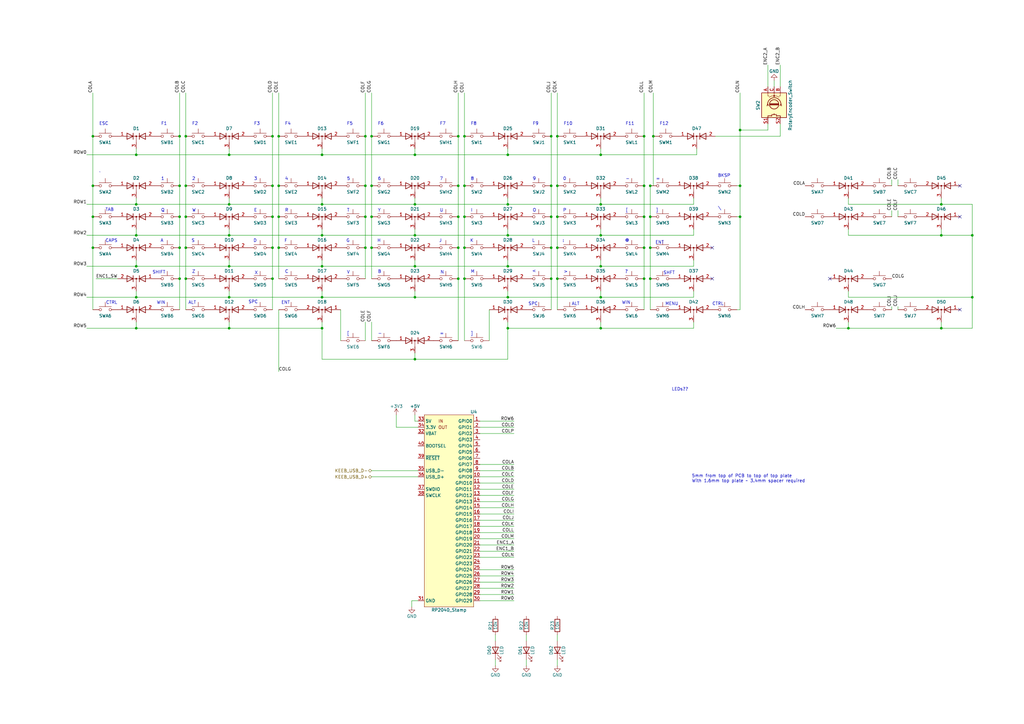
<source format=kicad_sch>
(kicad_sch (version 20231120) (generator "eeschema") (generator_version "8.0")
  (paper "A3")
  (junction (at 132.08 96.52))
  (junction (at 93.98 109.22))
  (junction (at 73.66 55.88))
  (junction (at 266.7 101.6))
  (junction (at 228.6 101.6))
  (junction (at 266.7 114.3))
  (junction (at 93.98 96.52))
  (junction (at 111.76 55.88))
  (junction (at 264.16 114.3))
  (junction (at 228.6 88.9))
  (junction (at 246.38 83.82))
  (junction (at 111.76 101.6))
  (junction (at 264.16 55.88))
  (junction (at 187.96 88.9))
  (junction (at 132.08 63.5))
  (junction (at 76.2 114.3))
  (junction (at 267.97 55.88))
  (junction (at 228.6 114.3))
  (junction (at 170.18 109.22))
  (junction (at 226.06 101.6))
  (junction (at 114.3 88.9))
  (junction (at 73.66 76.2))
  (junction (at 152.4 55.88))
  (junction (at 55.88 134.62))
  (junction (at 149.86 101.6))
  (junction (at 149.86 88.9))
  (junction (at 190.5 55.88))
  (junction (at 398.78 96.52))
  (junction (at 226.06 114.3))
  (junction (at 246.38 63.5))
  (junction (at 55.88 83.82))
  (junction (at 93.98 121.92))
  (junction (at 208.28 96.52))
  (junction (at 246.38 121.92))
  (junction (at 55.88 109.22))
  (junction (at 226.06 55.88))
  (junction (at 93.98 134.62))
  (junction (at 132.08 109.22))
  (junction (at 114.3 101.6))
  (junction (at 93.98 63.5))
  (junction (at 38.1 55.88))
  (junction (at 303.53 53.34))
  (junction (at 73.66 114.3))
  (junction (at 190.5 101.6))
  (junction (at 208.28 121.92))
  (junction (at 208.28 109.22))
  (junction (at 266.7 88.9))
  (junction (at 187.96 76.2))
  (junction (at 208.28 83.82))
  (junction (at 266.7 76.2))
  (junction (at 398.78 121.92))
  (junction (at 114.3 55.88))
  (junction (at 73.66 88.9))
  (junction (at 55.88 63.5))
  (junction (at 226.06 88.9))
  (junction (at 152.4 88.9))
  (junction (at 208.28 63.5))
  (junction (at 170.18 96.52))
  (junction (at 190.5 88.9))
  (junction (at 38.1 76.2))
  (junction (at 228.6 76.2))
  (junction (at 132.08 134.62))
  (junction (at 386.08 134.62))
  (junction (at 76.2 76.2))
  (junction (at 149.86 55.88))
  (junction (at 76.2 101.6))
  (junction (at 38.1 101.6))
  (junction (at 93.98 83.82))
  (junction (at 303.53 88.9))
  (junction (at 187.96 55.88))
  (junction (at 170.18 83.82))
  (junction (at 386.08 83.82))
  (junction (at 73.66 101.6))
  (junction (at 170.18 63.5))
  (junction (at 132.08 83.82))
  (junction (at 303.53 76.2))
  (junction (at 228.6 55.88))
  (junction (at 208.28 134.62))
  (junction (at 149.86 76.2))
  (junction (at 38.1 88.9))
  (junction (at 190.5 114.3))
  (junction (at 226.06 76.2))
  (junction (at 152.4 76.2))
  (junction (at 187.96 114.3))
  (junction (at 132.08 121.92))
  (junction (at 246.38 96.52))
  (junction (at 347.98 134.62))
  (junction (at 114.3 76.2))
  (junction (at 246.38 109.22))
  (junction (at 111.76 114.3))
  (junction (at 152.4 101.6))
  (junction (at 55.88 121.92))
  (junction (at 170.18 121.92))
  (junction (at 264.16 76.2))
  (junction (at 264.16 101.6))
  (junction (at 264.16 88.9))
  (junction (at 170.18 147.32))
  (junction (at 386.08 96.52))
  (junction (at 76.2 55.88))
  (junction (at 111.76 76.2))
  (junction (at 55.88 96.52))
  (junction (at 111.76 88.9))
  (junction (at 76.2 88.9))
  (junction (at 187.96 101.6))
  (junction (at 246.38 134.62))
  (junction (at 190.5 76.2))
  (no_connect (at 292.1 101.6))
  (no_connect (at 393.7 127))
  (no_connect (at 292.1 114.3))
  (no_connect (at 393.7 76.2))
  (no_connect (at 393.7 88.9))
  (no_connect (at 340.36 114.3))
  (wire (pts (xy 267.97 38.1) (xy 267.97 55.88)))
  (wire (pts (xy 208.28 147.32) (xy 208.28 134.62)))
  (wire (pts (xy 210.82 190.5) (xy 196.85 190.5)))
  (wire (pts (xy 196.85 177.8) (xy 210.82 177.8)))
  (wire (pts (xy 267.97 55.88) (xy 267.97 76.2)))
  (wire (pts (xy 246.38 119.38) (xy 246.38 121.92)))
  (wire (pts (xy 342.9 134.62) (xy 347.98 134.62)))
  (wire (pts (xy 210.82 200.66) (xy 196.85 200.66)))
  (wire (pts (xy 152.4 55.88) (xy 152.4 76.2)))
  (wire (pts (xy 132.08 132.08) (xy 132.08 134.62)))
  (wire (pts (xy 38.1 55.88) (xy 38.1 76.2)))
  (wire (pts (xy 168.91 246.38) (xy 171.45 246.38)))
  (wire (pts (xy 226.06 55.88) (xy 226.06 76.2)))
  (wire (pts (xy 149.86 132.08) (xy 149.86 139.7)))
  (wire (pts (xy 187.96 76.2) (xy 187.96 88.9)))
  (wire (pts (xy 208.28 96.52) (xy 170.18 96.52)))
  (wire (pts (xy 190.5 55.88) (xy 190.5 76.2)))
  (wire (pts (xy 111.76 38.1) (xy 111.76 55.88)))
  (wire (pts (xy 386.08 134.62) (xy 386.08 132.08)))
  (wire (pts (xy 208.28 106.68) (xy 208.28 109.22)))
  (wire (pts (xy 285.75 63.5) (xy 246.38 63.5)))
  (wire (pts (xy 203.2 273.05) (xy 203.2 270.51)))
  (wire (pts (xy 398.78 96.52) (xy 398.78 121.92)))
  (wire (pts (xy 215.9 273.05) (xy 215.9 270.51)))
  (wire (pts (xy 347.98 96.52) (xy 347.98 93.98)))
  (wire (pts (xy 264.16 88.9) (xy 264.16 101.6)))
  (wire (pts (xy 264.16 55.88) (xy 264.16 76.2)))
  (wire (pts (xy 210.82 218.44) (xy 196.85 218.44)))
  (wire (pts (xy 149.86 38.1) (xy 149.86 55.88)))
  (wire (pts (xy 210.82 210.82) (xy 196.85 210.82)))
  (wire (pts (xy 228.6 260.35) (xy 228.6 262.89)))
  (wire (pts (xy 111.76 101.6) (xy 111.76 114.3)))
  (wire (pts (xy 210.82 238.76) (xy 196.85 238.76)))
  (wire (pts (xy 132.08 119.38) (xy 132.08 121.92)))
  (wire (pts (xy 196.85 175.26) (xy 210.82 175.26)))
  (wire (pts (xy 35.56 96.52) (xy 55.88 96.52)))
  (wire (pts (xy 368.3 125.73) (xy 368.3 127)))
  (wire (pts (xy 162.56 170.18) (xy 162.56 175.26)))
  (wire (pts (xy 170.18 170.18) (xy 170.18 172.72)))
  (wire (pts (xy 368.3 86.36) (xy 368.3 88.9)))
  (wire (pts (xy 93.98 119.38) (xy 93.98 121.92)))
  (wire (pts (xy 266.7 88.9) (xy 266.7 101.6)))
  (wire (pts (xy 246.38 81.28) (xy 246.38 83.82)))
  (wire (pts (xy 73.66 88.9) (xy 73.66 101.6)))
  (wire (pts (xy 208.28 121.92) (xy 246.38 121.92)))
  (wire (pts (xy 264.16 114.3) (xy 264.16 127)))
  (wire (pts (xy 55.88 121.92) (xy 93.98 121.92)))
  (wire (pts (xy 190.5 76.2) (xy 190.5 88.9)))
  (wire (pts (xy 208.28 109.22) (xy 246.38 109.22)))
  (wire (pts (xy 226.06 38.1) (xy 226.06 55.88)))
  (wire (pts (xy 210.82 205.74) (xy 196.85 205.74)))
  (wire (pts (xy 210.82 228.6) (xy 196.85 228.6)))
  (wire (pts (xy 228.6 76.2) (xy 228.6 88.9)))
  (wire (pts (xy 190.5 114.3) (xy 190.5 139.7)))
  (wire (pts (xy 76.2 101.6) (xy 76.2 114.3)))
  (wire (pts (xy 114.3 127) (xy 114.3 152.4)))
  (wire (pts (xy 314.96 53.34) (xy 303.53 53.34)))
  (wire (pts (xy 284.48 134.62) (xy 284.48 132.08)))
  (wire (pts (xy 228.6 101.6) (xy 228.6 114.3)))
  (wire (pts (xy 285.75 60.96) (xy 285.75 63.5)))
  (wire (pts (xy 347.98 83.82) (xy 386.08 83.82)))
  (wire (pts (xy 114.3 38.1) (xy 114.3 55.88)))
  (wire (pts (xy 303.53 76.2) (xy 302.26 76.2)))
  (wire (pts (xy 114.3 55.88) (xy 114.3 76.2)))
  (wire (pts (xy 208.28 81.28) (xy 208.28 83.82)))
  (wire (pts (xy 210.82 246.38) (xy 196.85 246.38)))
  (wire (pts (xy 132.08 134.62) (xy 132.08 147.32)))
  (wire (pts (xy 139.7 139.7) (xy 139.7 127)))
  (wire (pts (xy 170.18 63.5) (xy 170.18 60.96)))
  (wire (pts (xy 55.88 96.52) (xy 93.98 96.52)))
  (wire (pts (xy 200.66 139.7) (xy 200.66 127)))
  (wire (pts (xy 39.37 114.3) (xy 48.26 114.3)))
  (wire (pts (xy 267.97 76.2) (xy 266.7 76.2)))
  (wire (pts (xy 210.82 243.84) (xy 196.85 243.84)))
  (wire (pts (xy 132.08 147.32) (xy 170.18 147.32)))
  (wire (pts (xy 170.18 147.32) (xy 170.18 144.78)))
  (wire (pts (xy 187.96 101.6) (xy 187.96 114.3)))
  (wire (pts (xy 246.38 83.82) (xy 284.48 83.82)))
  (wire (pts (xy 303.53 127) (xy 302.26 127)))
  (wire (pts (xy 210.82 193.04) (xy 196.85 193.04)))
  (wire (pts (xy 55.88 119.38) (xy 55.88 121.92)))
  (wire (pts (xy 228.6 114.3) (xy 228.6 127)))
  (wire (pts (xy 208.28 119.38) (xy 208.28 121.92)))
  (wire (pts (xy 347.98 132.08) (xy 347.98 134.62)))
  (wire (pts (xy 55.88 106.68) (xy 55.88 109.22)))
  (wire (pts (xy 208.28 63.5) (xy 170.18 63.5)))
  (wire (pts (xy 55.88 83.82) (xy 93.98 83.82)))
  (wire (pts (xy 149.86 76.2) (xy 149.86 88.9)))
  (wire (pts (xy 76.2 38.1) (xy 76.2 55.88)))
  (wire (pts (xy 114.3 76.2) (xy 114.3 88.9)))
  (wire (pts (xy 170.18 109.22) (xy 170.18 106.68)))
  (wire (pts (xy 132.08 121.92) (xy 170.18 121.92)))
  (wire (pts (xy 93.98 109.22) (xy 93.98 106.68)))
  (wire (pts (xy 264.16 101.6) (xy 264.16 114.3)))
  (wire (pts (xy 132.08 63.5) (xy 170.18 63.5)))
  (wire (pts (xy 347.98 134.62) (xy 386.08 134.62)))
  (wire (pts (xy 152.4 132.08) (xy 152.4 139.7)))
  (wire (pts (xy 187.96 88.9) (xy 187.96 101.6)))
  (wire (pts (xy 365.76 125.73) (xy 365.76 127)))
  (wire (pts (xy 171.45 172.72) (xy 170.18 172.72)))
  (wire (pts (xy 303.53 38.1) (xy 303.53 53.34)))
  (wire (pts (xy 55.88 63.5) (xy 93.98 63.5)))
  (wire (pts (xy 35.56 83.82) (xy 55.88 83.82)))
  (wire (pts (xy 386.08 83.82) (xy 386.08 81.28)))
  (wire (pts (xy 93.98 93.98) (xy 93.98 96.52)))
  (wire (pts (xy 170.18 147.32) (xy 208.28 147.32)))
  (wire (pts (xy 152.4 195.58) (xy 171.45 195.58)))
  (wire (pts (xy 208.28 134.62) (xy 246.38 134.62)))
  (wire (pts (xy 303.53 88.9) (xy 302.26 88.9)))
  (wire (pts (xy 168.91 248.92) (xy 168.91 246.38)))
  (wire (pts (xy 365.76 73.66) (xy 365.76 76.2)))
  (wire (pts (xy 386.08 83.82) (xy 398.78 83.82)))
  (wire (pts (xy 73.66 88.9) (xy 73.66 76.2)))
  (wire (pts (xy 210.82 172.72) (xy 196.85 172.72)))
  (wire (pts (xy 210.82 226.06) (xy 196.85 226.06)))
  (wire (pts (xy 203.2 260.35) (xy 203.2 262.89)))
  (wire (pts (xy 246.38 106.68) (xy 246.38 109.22)))
  (wire (pts (xy 170.18 121.92) (xy 170.18 119.38)))
  (wire (pts (xy 111.76 114.3) (xy 111.76 127)))
  (wire (pts (xy 149.86 55.88) (xy 149.86 76.2)))
  (wire (pts (xy 208.28 121.92) (xy 170.18 121.92)))
  (wire (pts (xy 347.98 119.38) (xy 347.98 121.92)))
  (wire (pts (xy 284.48 109.22) (xy 284.48 106.68)))
  (wire (pts (xy 226.06 101.6) (xy 226.06 114.3)))
  (wire (pts (xy 152.4 76.2) (xy 152.4 88.9)))
  (wire (pts (xy 210.82 203.2) (xy 196.85 203.2)))
  (wire (pts (xy 55.88 93.98) (xy 55.88 96.52)))
  (wire (pts (xy 320.04 26.67) (xy 320.04 35.56)))
  (wire (pts (xy 347.98 83.82) (xy 347.98 81.28)))
  (wire (pts (xy 246.38 134.62) (xy 284.48 134.62)))
  (wire (pts (xy 35.56 134.62) (xy 55.88 134.62)))
  (wire (pts (xy 266.7 76.2) (xy 266.7 88.9)))
  (wire (pts (xy 76.2 88.9) (xy 76.2 101.6)))
  (wire (pts (xy 208.28 83.82) (xy 170.18 83.82)))
  (wire (pts (xy 210.82 236.22) (xy 196.85 236.22)))
  (wire (pts (xy 76.2 76.2) (xy 76.2 88.9)))
  (wire (pts (xy 38.1 101.6) (xy 38.1 127)))
  (wire (pts (xy 38.1 76.2) (xy 38.1 88.9)))
  (wire (pts (xy 132.08 96.52) (xy 170.18 96.52)))
  (wire (pts (xy 170.18 96.52) (xy 170.18 93.98)))
  (wire (pts (xy 152.4 193.04) (xy 171.45 193.04)))
  (wire (pts (xy 246.38 121.92) (xy 284.48 121.92)))
  (wire (pts (xy 190.5 101.6) (xy 190.5 114.3)))
  (wire (pts (xy 210.82 213.36) (xy 196.85 213.36)))
  (wire (pts (xy 111.76 76.2) (xy 111.76 88.9)))
  (wire (pts (xy 111.76 55.88) (xy 111.76 76.2)))
  (wire (pts (xy 210.82 195.58) (xy 196.85 195.58)))
  (wire (pts (xy 55.88 134.62) (xy 93.98 134.62)))
  (wire (pts (xy 35.56 121.92) (xy 55.88 121.92)))
  (wire (pts (xy 266.7 114.3) (xy 266.7 127)))
  (wire (pts (xy 132.08 81.28) (xy 132.08 83.82)))
  (wire (pts (xy 152.4 38.1) (xy 152.4 55.88)))
  (wire (pts (xy 35.56 109.22) (xy 55.88 109.22)))
  (wire (pts (xy 398.78 83.82) (xy 398.78 96.52)))
  (wire (pts (xy 303.53 76.2) (xy 303.53 88.9)))
  (wire (pts (xy 215.9 260.35) (xy 215.9 262.89)))
  (wire (pts (xy 132.08 109.22) (xy 170.18 109.22)))
  (wire (pts (xy 228.6 273.05) (xy 228.6 270.51)))
  (wire (pts (xy 284.48 96.52) (xy 284.48 93.98)))
  (wire (pts (xy 365.76 86.36) (xy 365.76 88.9)))
  (wire (pts (xy 190.5 88.9) (xy 190.5 101.6)))
  (wire (pts (xy 314.96 26.67) (xy 314.96 35.56)))
  (wire (pts (xy 93.98 134.62) (xy 132.08 134.62)))
  (wire (pts (xy 76.2 114.3) (xy 76.2 127)))
  (wire (pts (xy 93.98 132.08) (xy 93.98 134.62)))
  (wire (pts (xy 398.78 121.92) (xy 398.78 134.62)))
  (wire (pts (xy 398.78 96.52) (xy 386.08 96.52)))
  (wire (pts (xy 264.16 38.1) (xy 264.16 55.88)))
  (wire (pts (xy 228.6 38.1) (xy 228.6 55.88)))
  (wire (pts (xy 246.38 60.96) (xy 246.38 63.5)))
  (wire (pts (xy 187.96 114.3) (xy 187.96 139.7)))
  (wire (pts (xy 132.08 93.98) (xy 132.08 96.52)))
  (wire (pts (xy 320.04 50.8) (xy 320.04 55.88)))
  (wire (pts (xy 226.06 76.2) (xy 226.06 88.9)))
  (wire (pts (xy 386.08 96.52) (xy 347.98 96.52)))
  (wire (pts (xy 226.06 88.9) (xy 226.06 101.6)))
  (wire (pts (xy 38.1 88.9) (xy 38.1 101.6)))
  (wire (pts (xy 132.08 60.96) (xy 132.08 63.5)))
  (wire (pts (xy 149.86 88.9) (xy 149.86 101.6)))
  (wire (pts (xy 228.6 88.9) (xy 228.6 101.6)))
  (wire (pts (xy 246.38 93.98) (xy 246.38 96.52)))
  (wire (pts (xy 152.4 88.9) (xy 152.4 101.6)))
  (wire (pts (xy 210.82 198.12) (xy 196.85 198.12)))
  (wire (pts (xy 208.28 96.52) (xy 246.38 96.52)))
  (wire (pts (xy 111.76 88.9) (xy 111.76 101.6)))
  (wire (pts (xy 152.4 101.6) (xy 152.4 114.3)))
  (wire (pts (xy 73.66 55.88) (xy 73.66 76.2)))
  (wire (pts (xy 266.7 101.6) (xy 266.7 114.3)))
  (wire (pts (xy 386.08 134.62) (xy 398.78 134.62)))
  (wire (pts (xy 208.28 63.5) (xy 246.38 63.5)))
  (wire (pts (xy 132.08 106.68) (xy 132.08 109.22)))
  (wire (pts (xy 187.96 55.88) (xy 187.96 76.2)))
  (wire (pts (xy 171.45 175.26) (xy 162.56 175.26)))
  (wire (pts (xy 208.28 109.22) (xy 170.18 109.22)))
  (wire (pts (xy 187.96 38.1) (xy 187.96 55.88)))
  (wire (pts (xy 208.28 60.96) (xy 208.28 63.5)))
  (wire (pts (xy 210.82 241.3) (xy 196.85 241.3)))
  (wire (pts (xy 317.5 33.02) (xy 317.5 35.56)))
  (wire (pts (xy 73.66 38.1) (xy 73.66 55.88)))
  (wire (pts (xy 314.96 50.8) (xy 314.96 53.34)))
  (wire (pts (xy 284.48 83.82) (xy 284.48 81.28)))
  (wire (pts (xy 132.08 83.82) (xy 170.18 83.82)))
  (wire (pts (xy 208.28 83.82) (xy 246.38 83.82)))
  (wire (pts (xy 93.98 109.22) (xy 132.08 109.22)))
  (wire (pts (xy 264.16 76.2) (xy 264.16 88.9)))
  (wire (pts (xy 386.08 96.52) (xy 386.08 93.98)))
  (wire (pts (xy 208.28 132.08) (xy 208.28 134.62)))
  (wire (pts (xy 93.98 83.82) (xy 132.08 83.82)))
  (wire (pts (xy 170.18 83.82) (xy 170.18 81.28)))
  (wire (pts (xy 149.86 101.6) (xy 149.86 114.3)))
  (wire (pts (xy 398.78 121.92) (xy 347.98 121.92)))
  (wire (pts (xy 226.06 114.3) (xy 226.06 127)))
  (wire (pts (xy 35.56 63.5) (xy 55.88 63.5)))
  (wire (pts (xy 38.1 38.1) (xy 38.1 55.88)))
  (wire (pts (xy 55.88 81.28) (xy 55.88 83.82)))
  (wire (pts (xy 210.82 208.28) (xy 196.85 208.28)))
  (wire (pts (xy 228.6 55.88) (xy 228.6 76.2)))
  (wire (pts (xy 55.88 109.22) (xy 93.98 109.22)))
  (wire (pts (xy 246.38 96.52) (xy 284.48 96.52)))
  (wire (pts (xy 93.98 63.5) (xy 93.98 60.96)))
  (wire (pts (xy 114.3 88.9) (xy 114.3 101.6)))
  (wire (pts (xy 55.88 132.08) (xy 55.88 134.62)))
  (wire (pts (xy 114.3 101.6) (xy 114.3 114.3)))
  (wire (pts (xy 73.66 114.3) (xy 73.66 127)))
  (wire (pts (xy 93.98 63.5) (xy 132.08 63.5)))
  (wire (pts (xy 73.66 101.6) (xy 73.66 114.3)))
  (wire (pts (xy 210.82 215.9) (xy 196.85 215.9)))
  (wire (pts (xy 210.82 223.52) (xy 196.85 223.52)))
  (wire (pts (xy 246.38 132.08) (xy 246.38 134.62)))
  (wire (pts (xy 93.98 96.52) (xy 132.08 96.52)))
  (wire (pts (xy 208.28 93.98) (xy 208.28 96.52)))
  (wire (pts (xy 93.98 121.92) (xy 132.08 121.92)))
  (wire (pts (xy 55.88 60.96) (xy 55.88 63.5)))
  (wire (pts (xy 210.82 220.98) (xy 196.85 220.98)))
  (wire (pts (xy 190.5 38.1) (xy 190.5 55.88)))
  (wire (pts (xy 93.98 81.28) (xy 93.98 83.82)))
  (wire (pts (xy 303.53 53.34) (xy 303.53 76.2)))
  (wire (pts (xy 293.37 55.88) (xy 320.04 55.88)))
  (wire (pts (xy 368.3 73.66) (xy 368.3 76.2)))
  (wire (pts (xy 210.82 233.68) (xy 196.85 233.68)))
  (wire (pts (xy 284.48 121.92) (xy 284.48 119.38)))
  (wire (pts (xy 246.38 109.22) (xy 284.48 109.22)))
  (wire (pts (xy 76.2 55.88) (xy 76.2 76.2)))
  (wire (pts (xy 303.53 88.9) (xy 303.53 127)))
  (text "`" (at 40.64 71.374 0) (effects (font (size 1.27 1.27)) (justify left)))
  (text "F11" (at 256.54 50.8 0) (effects (font (size 1.27 1.27)) (justify left)))
  (text "C" (at 116.84 111.506 0) (effects (font (size 1.27 1.27)) (justify left)))
  (text "4" (at 116.84 73.406 0) (effects (font (size 1.27 1.27)) (justify left)))
  (text ">" (at 231.14 111.506 0) (effects (font (size 1.27 1.27)) (justify left)))
  (text "D" (at 103.886 98.806 0) (effects (font (size 1.27 1.27)) (justify left)))
  (text "Y" (at 154.94 86.36 0) (effects (font (size 1.27 1.27)) (justify left)))
  (text "F1" (at 66.04 50.8 0) (effects (font (size 1.27 1.27)) (justify left)))
  (text "F8" (at 193.04 50.8 0) (effects (font (size 1.27 1.27)) (justify left)))
  (text "SHFT" (at 272.034 112.014 0) (effects (font (size 1.27 1.27)) (justify left)))
  (text "Z" (at 78.74 111.506 0) (effects (font (size 1.27 1.27)) (justify left)))
  (text "B" (at 154.94 111.506 0) (effects (font (size 1.27 1.27)) (justify left)))
  (text "@" (at 256.286 98.552 0) (effects (font (size 1.27 1.27)) (justify left)))
  (text ":" (at 230.632 98.806 0) (effects (font (size 1.27 1.27)) (justify left)))
  (text "F" (at 116.586 98.806 0) (effects (font (size 1.27 1.27)) (justify left)))
  (text "F6" (at 154.94 50.8 0) (effects (font (size 1.27 1.27)) (justify left)))
  (text "=" (at 180.34 136.906 0) (effects (font (size 1.27 1.27)) (justify left)))
  (text "SPC" (at 216.662 124.714 0) (effects (font (size 1.27 1.27)) (justify left)))
  (text "TAB" (at 43.18 86.106 0) (effects (font (size 1.27 1.27)) (justify left)))
  (text "SHIFT" (at 62.484 111.76 0) (effects (font (size 1.27 1.27)) (justify left)))
  (text "J" (at 180.086 98.806 0) (effects (font (size 1.27 1.27)) (justify left)))
  (text "U" (at 180.34 86.36 0) (effects (font (size 1.27 1.27)) (justify left)))
  (text "[" (at 256.54 86.36 0) (effects (font (size 1.27 1.27)) (justify left)))
  (text "P" (at 230.886 86.36 0) (effects (font (size 1.27 1.27)) (justify left)))
  (text "F4" (at 116.84 50.8 0) (effects (font (size 1.27 1.27)) (justify left)))
  (text "8" (at 193.04 73.406 0) (effects (font (size 1.27 1.27)) (justify left)))
  (text "BKSP" (at 294.386 72.136 0) (effects (font (size 1.27 1.27)) (justify left)))
  (text "0" (at 230.886 73.406 0) (effects (font (size 1.27 1.27)) (justify left)))
  (text "6" (at 154.94 73.406 0) (effects (font (size 1.27 1.27)) (justify left)))
  (text "ENT" (at 115.316 124.206 0) (effects (font (size 1.27 1.27)) (justify left)))
  (text "]" (at 193.04 136.906 0) (effects (font (size 1.27 1.27)) (justify left)))
  (text "5" (at 142.24 73.406 0) (effects (font (size 1.27 1.27)) (justify left)))
  (text "-" (at 154.94 136.906 0) (effects (font (size 1.27 1.27)) (justify left)))
  (text "E" (at 104.14 86.36 0) (effects (font (size 1.27 1.27)) (justify left)))
  (text "MENU" (at 272.796 124.714 0) (effects (font (size 1.27 1.27)) (justify left)))
  (text "1" (at 66.04 73.406 0) (effects (font (size 1.27 1.27)) (justify left)))
  (text "CAPS" (at 43.18 98.806 0) (effects (font (size 1.27 1.27)) (justify left)))
  (text "[" (at 142.24 136.906 0) (effects (font (size 1.27 1.27)) (justify left)))
  (text "I" (at 193.04 86.36 0) (effects (font (size 1.27 1.27)) (justify left)))
  (text "WIN" (at 255.016 124.206 0) (effects (font (size 1.27 1.27)) (justify left)))
  (text "]" (at 268.986 86.36 0) (effects (font (size 1.27 1.27)) (justify left)))
  (text "H" (at 154.686 98.806 0) (effects (font (size 1.27 1.27)) (justify left)))
  (text "T" (at 142.24 86.36 0) (effects (font (size 1.27 1.27)) (justify left)))
  (text "Q" (at 66.04 86.36 0) (effects (font (size 1.27 1.27)) (justify left)))
  (text "K" (at 192.786 98.806 0) (effects (font (size 1.27 1.27)) (justify left)))
  (text "S" (at 78.486 98.806 0) (effects (font (size 1.27 1.27)) (justify left)))
  (text "-" (at 256.54 73.406 0) (effects (font (size 1.27 1.27)) (justify left)))
  (text "V" (at 142.24 111.76 0) (effects (font (size 1.27 1.27)) (justify left)))
  (text "=" (at 268.986 73.406 0) (effects (font (size 1.27 1.27)) (justify left)))
  (text "ALT" (at 234.442 124.714 0) (effects (font (size 1.27 1.27)) (justify left)))
  (text "F12" (at 270.51 50.8 0) (effects (font (size 1.27 1.27)) (justify left)))
  (text "R" (at 116.84 86.36 0) (effects (font (size 1.27 1.27)) (justify left)))
  (text "ALT" (at 77.216 124.206 0) (effects (font (size 1.27 1.27)) (justify left)))
  (text "ESC" (at 40.64 50.8 0) (effects (font (size 1.27 1.27)) (justify left)))
  (text "W" (at 78.74 86.36 0) (effects (font (size 1.27 1.27)) (justify left)))
  (text "X" (at 104.394 112.014 0) (effects (font (size 1.27 1.27)) (justify left)))
  (text "\\" (at 294.64 85.598 0) (effects (font (size 1.27 1.27)) (justify left)))
  (text "LEDs??" (at 278.892 159.766 0) (effects (font (size 1.27 1.27))))
  (text "ENT" (at 268.732 99.568 0) (effects (font (size 1.27 1.27)) (justify left)))
  (text "G" (at 141.986 98.806 0) (effects (font (size 1.27 1.27)) (justify left)))
  (text "<" (at 218.186 111.252 0) (effects (font (size 1.27 1.27)) (justify left)))
  (text "F2" (at 78.74 50.8 0) (effects (font (size 1.27 1.27)) (justify left)))
  (text "A" (at 65.786 98.806 0) (effects (font (size 1.27 1.27)) (justify left)))
  (text "7" (at 180.34 73.406 0) (effects (font (size 1.27 1.27)) (justify left)))
  (text "F7" (at 180.34 50.8 0) (effects (font (size 1.27 1.27)) (justify left)))
  (text "F9" (at 218.44 50.8 0) (effects (font (size 1.27 1.27)) (justify left)))
  (text "M" (at 193.04 111.506 0) (effects (font (size 1.27 1.27)) (justify left)))
  (text "5mm from top of PCB to top of top plate\nWith 1.6mm top plate ~ 3.4mm spacer required" (at 283.718 196.342 0) (effects (font (size 1.27 1.27)) (justify left)))
  (text "WIN" (at 64.262 124.206 0) (effects (font (size 1.27 1.27)) (justify left)))
  (text "SPC" (at 101.854 123.952 0) (effects (font (size 1.27 1.27)) (justify left)))
  (text "F10" (at 231.14 50.8 0) (effects (font (size 1.27 1.27)) (justify left)))
  (text "CTRL" (at 292.1 124.714 0) (effects (font (size 1.27 1.27)) (justify left)))
  (text "O" (at 218.44 86.36 0) (effects (font (size 1.27 1.27)) (justify left)))
  (text "N" (at 180.594 111.76 0) (effects (font (size 1.27 1.27)) (justify left)))
  (text "F3" (at 104.14 50.8 0) (effects (font (size 1.27 1.27)) (justify left)))
  (text "F5" (at 142.24 50.8 0) (effects (font (size 1.27 1.27)) (justify left)))
  (text "3" (at 104.14 73.406 0) (effects (font (size 1.27 1.27)) (justify left)))
  (text "2" (at 78.74 73.406 0) (effects (font (size 1.27 1.27)) (justify left)))
  (text "?" (at 256.286 111.506 0) (effects (font (size 1.27 1.27)) (justify left)))
  (text "9" (at 218.44 73.406 0) (effects (font (size 1.27 1.27)) (justify left)))
  (text "CTRL" (at 43.434 124.206 0) (effects (font (size 1.27 1.27)) (justify left)))
  (text "L" (at 218.186 98.806 0) (effects (font (size 1.27 1.27)) (justify left)))
  (label "COLA" (at 210.82 190.5 180))
  (label "ROW5" (at 210.82 233.68 180))
  (label "COLC" (at 210.82 195.58 180))
  (label "COLG" (at 152.4 38.1 90))
  (label "ENC1_SW" (at 39.37 114.3 0))
  (label "COLF" (at 149.86 38.1 90))
  (label "COLO" (at 210.82 175.26 180))
  (label "ROW1" (at 35.56 83.82 180))
  (label "ROW1" (at 210.82 243.84 180))
  (label "COLI" (at 210.82 210.82 180))
  (label "COLE" (at 365.76 86.36 90))
  (label "COLF" (at 210.82 203.2 180))
  (label "ROW4" (at 35.56 121.92 180))
  (label "COLL" (at 210.82 218.44 180))
  (label "ENC1_A" (at 210.82 223.52 180))
  (label "COLJ" (at 226.06 38.1 90))
  (label "COLG" (at 114.3 152.4 0))
  (label "COLN" (at 210.82 228.6 180))
  (label "COLB" (at 73.66 38.1 90))
  (label "ROW2" (at 35.56 96.52 180))
  (label "COLA" (at 330.2 76.2 180))
  (label "COLF" (at 152.4 132.08 90))
  (label "COLB" (at 210.82 193.04 180))
  (label "COLC" (at 76.2 38.1 90))
  (label "COLE" (at 149.86 132.08 90))
  (label "COLL" (at 264.16 38.1 90))
  (label "COLI" (at 190.5 38.1 90))
  (label "COLK" (at 228.6 38.1 90))
  (label "ROW4" (at 210.82 236.22 180))
  (label "COLI" (at 365.76 125.73 90))
  (label "COLJ" (at 368.3 125.73 90))
  (label "COLA" (at 38.1 38.1 90))
  (label "COLG" (at 210.82 205.74 180))
  (label "COLM" (at 210.82 220.98 180))
  (label "ROW3" (at 210.82 238.76 180))
  (label "COLH" (at 187.96 38.1 90))
  (label "ROW6" (at 342.9 134.62 180))
  (label "COLE" (at 210.82 200.66 180))
  (label "COLD" (at 330.2 88.9 180))
  (label "COLK" (at 210.82 215.9 180))
  (label "ROW0" (at 35.56 63.5 180))
  (label "COLH" (at 330.2 127 180))
  (label "COLF" (at 368.3 86.36 90))
  (label "COLH" (at 210.82 208.28 180))
  (label "COLD" (at 210.82 198.12 180))
  (label "COLP" (at 210.82 177.8 180))
  (label "ENC2_B" (at 320.04 26.67 90))
  (label "COLE" (at 114.3 38.1 90))
  (label "ENC1_B" (at 210.82 226.06 180))
  (label "ENC2_A" (at 314.96 26.67 90))
  (label "COLG" (at 365.76 114.3 0))
  (label "COLB" (at 365.76 73.66 90))
  (label "COLC" (at 368.3 73.66 90))
  (label "COLM" (at 267.97 38.1 90))
  (label "COLD" (at 111.76 38.1 90))
  (label "COLN" (at 303.53 38.1 90))
  (label "ROW5" (at 35.56 134.62 180))
  (label "ROW0" (at 210.82 246.38 180))
  (label "ROW6" (at 210.82 172.72 180))
  (label "COLJ" (at 210.82 213.36 180))
  (label "ROW2" (at 210.82 241.3 180))
  (label "ROW3" (at 35.56 109.22 180))
  (hierarchical_label "KEEB_USB_D+" (shape bidirectional) (at 152.4 195.58 180))
  (hierarchical_label "KEEB_USB_D-" (shape bidirectional) (at 152.4 193.04 180))
  (symbol (lib_id "Switch:SW_Push") (at 335.28 127 0) (unit 1)
    (property "Reference" "SWH7" (at 335.28 129.54 0))
    (property "Value" "CPG151101S11" (effects (hide yes)))
    (property "Footprint" "PCM_Switch_Keyboard_Hotswap_Kailh:SW_Hotswap_Kailh_MX_1.00u" (effects (hide yes)))
    (property "Manufacturer" "Kailh" (effects (hide yes)))
  )
  (symbol (lib_id "Device:D_Dual_CommonCathode_AAK") (at 386.08 127 0) (mirror y) (unit 1)
    (property "Reference" "D50" (at 386.08 123.825 0))
    (property "Value" "BAV70,215" (effects (hide yes)))
    (property "Footprint" "Package_TO_SOT_SMD:SOT-23" (effects (hide yes)))
    (property "Manufacturer" "Nexperia" (effects (hide yes)))
  )
  (symbol (lib_id "Device:D_Dual_CommonCathode_AAK") (at 93.98 76.2 0) (unit 1)
    (property "Reference" "D8" (at 93.98 73.025 0))
    (property "Value" "BAV70,215" (effects (hide yes)))
    (property "Footprint" "Package_TO_SOT_SMD:SOT-23" (effects (hide yes)))
    (property "Manufacturer" "Nexperia" (effects (hide yes)))
  )
  (symbol (lib_id "Switch:SW_Push") (at 43.18 76.2 0) (unit 1)
    (property "Reference" "SWA2" (at 43.18 78.74 0))
    (property "Value" "CPG151101S11" (effects (hide yes)))
    (property "Footprint" "PCM_Switch_Keyboard_Hotswap_Kailh:SW_Hotswap_Kailh_MX_1.00u" (effects (hide yes)))
    (property "Manufacturer" "Kailh" (effects (hide yes)))
  )
  (symbol (lib_id "Device:D_Dual_CommonCathode_AAK") (at 132.08 127 0) (mirror y) (unit 1)
    (property "Reference" "D18" (at 132.08 123.825 0))
    (property "Value" "BAV70,215" (effects (hide yes)))
    (property "Footprint" "Package_TO_SOT_SMD:SOT-23" (effects (hide yes)))
    (property "Manufacturer" "Nexperia" (effects (hide yes)))
  )
  (symbol (lib_id "power:GND") (at 203.2 273.05 0) (unit 1)
    (property "Reference" "#PWR021" (effects (hide yes)))
    (property "Value" "GND" (at 203.2 276.86 0))
    (property "Description" "Power symbol creates a global label with name \"GND\" , ground" (effects (hide yes)))
  )
  (symbol (lib_id "Switch:SW_Push") (at 259.08 114.3 0) (unit 1)
    (property "Reference" "SWL5" (at 259.08 116.84 0))
    (property "Value" "CPG151101S11" (effects (hide yes)))
    (property "Footprint" "PCM_Switch_Keyboard_Hotswap_Kailh:SW_Hotswap_Kailh_MX_1.00u" (effects (hide yes)))
    (property "Manufacturer" "Kailh" (effects (hide yes)))
  )
  (symbol (lib_id "Switch:SW_Push") (at 119.38 76.2 0) (unit 1)
    (property "Reference" "SWE2" (at 119.38 78.74 0))
    (property "Value" "CPG151101S11" (effects (hide yes)))
    (property "Footprint" "PCM_Switch_Keyboard_Hotswap_Kailh:SW_Hotswap_Kailh_MX_1.00u" (effects (hide yes)))
    (property "Manufacturer" "Kailh" (effects (hide yes)))
  )
  (symbol (lib_id "Switch:SW_Push") (at 68.58 127 0) (unit 1)
    (property "Reference" "SWB6" (at 68.58 129.54 0))
    (property "Value" "CPG151101S11" (effects (hide yes)))
    (property "Footprint" "PCM_Switch_Keyboard_Hotswap_Kailh:SW_Hotswap_Kailh_MX_1.25u" (effects (hide yes)))
    (property "Manufacturer" "Kailh" (effects (hide yes)))
  )
  (symbol (lib_id "Device:R") (at 203.2 256.54 180) (unit 1)
    (property "Reference" "R21" (at 201.168 256.54 90))
    (property "Value" "10k" (at 203.2 256.54 90))
    (property "Footprint" "Resistor_SMD:R_0603_1608Metric" (effects (hide yes)))
    (property "Description" "Resistor" (effects (hide yes)))
  )
  (symbol (lib_id "Switch:SW_Push") (at 157.48 88.9 0) (unit 1)
    (property "Reference" "SWG3" (at 157.48 91.44 0))
    (property "Value" "CPG151101S11" (effects (hide yes)))
    (property "Footprint" "PCM_Switch_Keyboard_Hotswap_Kailh:SW_Hotswap_Kailh_MX_1.00u" (effects (hide yes)))
    (property "Manufacturer" "Kailh" (effects (hide yes)))
  )
  (symbol (lib_id "Switch:SW_Push") (at 297.18 127 0) (unit 1)
    (property "Reference" "SWN6" (at 297.18 129.54 0))
    (property "Value" "CPG151101S11" (effects (hide yes)))
    (property "Footprint" "PCM_Switch_Keyboard_Hotswap_Kailh:SW_Hotswap_Kailh_MX_1.00u" (effects (hide yes)))
    (property "Manufacturer" "Kailh" (effects (hide yes)))
  )
  (symbol (lib_id "Switch:SW_Push") (at 144.78 139.7 0) (unit 1)
    (property "Reference" "SWE6" (at 144.78 142.24 0))
    (property "Value" "CPG151101S11" (effects (hide yes)))
    (property "Footprint" "PCM_Switch_Keyboard_Hotswap_Kailh:SW_Hotswap_Kailh_MX_1.00u" (effects (hide yes)))
    (property "Manufacturer" "Kailh" (effects (hide yes)))
  )
  (symbol (lib_id "Device:D_Dual_CommonCathode_AAK") (at 55.88 101.6 0) (unit 1)
    (property "Reference" "D4" (at 55.88 98.425 0))
    (property "Value" "BAV70,215" (effects (hide yes)))
    (property "Footprint" "Package_TO_SOT_SMD:SOT-23" (effects (hide yes)))
    (property "Manufacturer" "Nexperia" (effects (hide yes)))
  )
  (symbol (lib_id "Device:D_Dual_CommonCathode_AAK") (at 55.88 114.3 0) (mirror y) (unit 1)
    (property "Reference" "D5" (at 55.88 111.125 0))
    (property "Value" "BAV70,215" (effects (hide yes)))
    (property "Footprint" "Package_TO_SOT_SMD:SOT-23" (effects (hide yes)))
    (property "Manufacturer" "Nexperia" (effects (hide yes)))
  )
  (symbol (lib_id "Switch:SW_Push") (at 157.48 101.6 0) (unit 1)
    (property "Reference" "SWG4" (at 157.48 104.14 0))
    (property "Value" "CPG151101S11" (effects (hide yes)))
    (property "Footprint" "PCM_Switch_Keyboard_Hotswap_Kailh:SW_Hotswap_Kailh_MX_1.00u" (effects (hide yes)))
    (property "Manufacturer" "Kailh" (effects (hide yes)))
  )
  (symbol (lib_id "Switch:SW_Push") (at 195.58 55.88 0) (unit 1)
    (property "Reference" "SWI1" (at 195.58 58.42 0))
    (property "Value" "CPG151101S11" (effects (hide yes)))
    (property "Footprint" "PCM_Switch_Keyboard_Hotswap_Kailh:SW_Hotswap_Kailh_MX_1.00u" (effects (hide yes)))
    (property "Manufacturer" "Kailh" (effects (hide yes)))
  )
  (symbol (lib_id "Switch:SW_Push") (at 271.78 76.2 0) (unit 1)
    (property "Reference" "SWM2" (at 271.78 78.74 0))
    (property "Value" "CPG151101S11" (effects (hide yes)))
    (property "Footprint" "PCM_Switch_Keyboard_Hotswap_Kailh:SW_Hotswap_Kailh_MX_1.00u" (effects (hide yes)))
    (property "Manufacturer" "Kailh" (effects (hide yes)))
  )
  (symbol (lib_id "Switch:SW_Push") (at 373.38 76.2 0) (mirror y) (unit 1)
    (property "Reference" "SWC7" (at 373.38 78.74 0))
    (property "Value" "CPG151101S11" (effects (hide yes)))
    (property "Footprint" "PCM_Switch_Keyboard_Hotswap_Kailh:SW_Hotswap_Kailh_MX_1.00u" (effects (hide yes)))
    (property "Manufacturer" "Kailh" (effects (hide yes)))
  )
  (symbol (lib_id "Device:D_Dual_CommonCathode_AAK") (at 246.38 76.2 0) (unit 1)
    (property "Reference" "D32" (at 246.38 73.025 0))
    (property "Value" "BAV70,215" (effects (hide yes)))
    (property "Footprint" "Package_TO_SOT_SMD:SOT-23" (effects (hide yes)))
    (property "Manufacturer" "Nexperia" (effects (hide yes)))
  )
  (symbol (lib_id "Switch:SW_Push") (at 144.78 55.88 0) (unit 1)
    (property "Reference" "SWF1" (at 144.78 58.42 0))
    (property "Value" "CPG151101S11" (effects (hide yes)))
    (property "Footprint" "PCM_Switch_Keyboard_Hotswap_Kailh:SW_Hotswap_Kailh_MX_1.00u" (effects (hide yes)))
    (property "Manufacturer" "Kailh" (effects (hide yes)))
  )
  (symbol (lib_id "Device:D_Dual_CommonCathode_AAK") (at 347.98 114.3 0) (unit 1)
    (property "Reference" "D44" (at 347.98 111.125 0))
    (property "Value" "BAV70,215" (effects (hide yes)))
    (property "Footprint" "Package_TO_SOT_SMD:SOT-23" (effects (hide yes)))
    (property "Manufacturer" "Nexperia" (effects (hide yes)))
  )
  (symbol (lib_id "RP2040_Stamp:RP2040_Stamp") (at 184.15 212.09 0) (unit 1)
    (property "Reference" "U4" (at 194.31 168.91 0))
    (property "Value" "RP2040_Stamp" (at 184.15 250.19 0))
    (property "Footprint" "RP2040_Stamp:RP2040_Stamp_SMD" (effects (hide yes)))
  )
  (symbol (lib_id "Switch:SW_Push") (at 335.28 76.2 0) (unit 1)
    (property "Reference" "SWA7" (at 335.28 78.74 0))
    (property "Value" "CPG151101S11" (effects (hide yes)))
    (property "Footprint" "PCM_Switch_Keyboard_Hotswap_Kailh:SW_Hotswap_Kailh_MX_1.00u" (effects (hide yes)))
    (property "Manufacturer" "Kailh" (effects (hide yes)))
  )
  (symbol (lib_id "Switch:SW_Push") (at 106.68 127 0) (unit 1)
    (property "Reference" "SWD6" (at 106.68 129.54 0))
    (property "Value" "CPG151101S11" (effects (hide yes)))
    (property "Footprint" "PCM_Switch_Keyboard_Hotswap_Kailh:SW_Hotswap_Kailh_MX_2.50u" (effects (hide yes)))
    (property "Manufacturer" "Kailh" (effects (hide yes)))
  )
  (symbol (lib_id "Switch:SW_Push") (at 271.78 101.6 0) (unit 1)
    (property "Reference" "SWM4" (at 271.78 104.14 0))
    (property "Value" "CPG151101S11" (effects (hide yes)))
    (property "Footprint" "PCM_Switch_Keyboard_Hotswap_Kailh:SW_Hotswap_Kailh_MX_2.25u" (effects (hide yes)))
    (property "Manufacturer" "Kailh" (effects (hide yes)))
  )
  (symbol (lib_id "Device:D_Dual_CommonCathode_AAK") (at 246.38 127 0) (unit 1)
    (property "Reference" "D36" (at 246.38 123.825 0))
    (property "Value" "BAV70,215" (effects (hide yes)))
    (property "Footprint" "Package_TO_SOT_SMD:SOT-23" (effects (hide yes)))
    (property "Manufacturer" "Nexperia" (effects (hide yes)))
  )
  (symbol (lib_id "Device:D_Dual_CommonCathode_AAK") (at 55.88 88.9 0) (unit 1)
    (property "Reference" "D3" (at 55.88 85.725 0))
    (property "Value" "BAV70,215" (effects (hide yes)))
    (property "Footprint" "Package_TO_SOT_SMD:SOT-23" (effects (hide yes)))
    (property "Manufacturer" "Nexperia" (effects (hide yes)))
  )
  (symbol (lib_id "Switch:SW_Push") (at 271.78 127 0) (unit 1)
    (property "Reference" "SWM6" (at 271.78 129.54 0))
    (property "Value" "CPG151101S11" (effects (hide yes)))
    (property "Footprint" "PCM_Switch_Keyboard_Hotswap_Kailh:SW_Hotswap_Kailh_MX_1.25u" (effects (hide yes)))
    (property "Manufacturer" "Kailh" (effects (hide yes)))
  )
  (symbol (lib_id "Switch:SW_Push") (at 259.08 88.9 0) (unit 1)
    (property "Reference" "SWL3" (at 259.08 91.44 0))
    (property "Value" "CPG151101S11" (effects (hide yes)))
    (property "Footprint" "PCM_Switch_Keyboard_Hotswap_Kailh:SW_Hotswap_Kailh_MX_1.00u" (effects (hide yes)))
    (property "Manufacturer" "Kailh" (effects (hide yes)))
  )
  (symbol (lib_id "Device:D_Dual_CommonCathode_AAK") (at 347.98 88.9 0) (unit 1)
    (property "Reference" "D43" (at 347.98 85.725 0))
    (property "Value" "BAV70,215" (effects (hide yes)))
    (property "Footprint" "Package_TO_SOT_SMD:SOT-23" (effects (hide yes)))
    (property "Manufacturer" "Nexperia" (effects (hide yes)))
  )
  (symbol (lib_id "Switch:SW_Push") (at 81.28 127 0) (unit 1)
    (property "Reference" "SWC6" (at 81.28 129.54 0))
    (property "Value" "CPG151101S11" (effects (hide yes)))
    (property "Footprint" "PCM_Switch_Keyboard_Hotswap_Kailh:SW_Hotswap_Kailh_MX_1.25u" (effects (hide yes)))
    (property "Manufacturer" "Kailh" (effects (hide yes)))
  )
  (symbol (lib_id "Device:R") (at 215.9 256.54 180) (unit 1)
    (property "Reference" "R22" (at 213.868 256.54 90))
    (property "Value" "10k" (at 215.9 256.54 90))
    (property "Footprint" "Resistor_SMD:R_0603_1608Metric" (effects (hide yes)))
    (property "Description" "Resistor" (effects (hide yes)))
  )
  (symbol (lib_id "Switch:SW_Push") (at 119.38 127 0) (unit 1)
    (property "Reference" "SWG6" (at 119.38 129.54 0))
    (property "Value" "CPG151101S11" (effects (hide yes)))
    (property "Footprint" "PCM_Switch_Keyboard_Hotswap_Kailh:SW_Hotswap_Kailh_MX_2.00u" (effects (hide yes)))
    (property "Manufacturer" "Kailh" (effects (hide yes)))
  )
  (symbol (lib_id "Device:D_Dual_CommonCathode_AAK") (at 347.98 76.2 0) (unit 1)
    (property "Reference" "D41" (at 347.98 73.025 0))
    (property "Value" "BAV70,215" (effects (hide yes)))
    (property "Footprint" "Package_TO_SOT_SMD:SOT-23" (effects (hide yes)))
    (property "Manufacturer" "Nexperia" (effects (hide yes)))
  )
  (symbol (lib_id "Device:D_Dual_CommonCathode_AAK") (at 246.38 101.6 0) (unit 1)
    (property "Reference" "D34" (at 246.38 98.425 0))
    (property "Value" "BAV70,215" (effects (hide yes)))
    (property "Footprint" "Package_TO_SOT_SMD:SOT-23" (effects (hide yes)))
    (property "Manufacturer" "Nexperia" (effects (hide yes)))
  )
  (symbol (lib_id "Switch:SW_Push") (at 81.28 88.9 0) (unit 1)
    (property "Reference" "SWC3" (at 81.28 91.44 0))
    (property "Value" "CPG151101S11" (effects (hide yes)))
    (property "Footprint" "PCM_Switch_Keyboard_Hotswap_Kailh:SW_Hotswap_Kailh_MX_1.00u" (effects (hide yes)))
    (property "Manufacturer" "Kailh" (effects (hide yes)))
  )
  (symbol (lib_id "Switch:SW_Push") (at 157.48 114.3 0) (unit 1)
    (property "Reference" "SWG5" (at 157.48 116.84 0))
    (property "Value" "CPG151101S11" (effects (hide yes)))
    (property "Footprint" "PCM_Switch_Keyboard_Hotswap_Kailh:SW_Hotswap_Kailh_MX_1.00u" (effects (hide yes)))
    (property "Manufacturer" "Kailh" (effects (hide yes)))
  )
  (symbol (lib_id "Switch:SW_Push") (at 297.18 88.9 0) (unit 1)
    (property "Reference" "SWN3" (at 297.18 91.44 0))
    (property "Value" "CPG151101S11" (effects (hide yes)))
    (property "Footprint" "PCM_Switch_Keyboard_Hotswap_Kailh:SW_Hotswap_Kailh_MX_1.50u" (effects (hide yes)))
    (property "Manufacturer" "Kailh" (effects (hide yes)))
  )
  (symbol (lib_id "Switch:SW_Push") (at 259.08 55.88 0) (unit 1)
    (property "Reference" "SWL1" (at 259.08 58.42 0))
    (property "Value" "CPG151101S11" (effects (hide yes)))
    (property "Footprint" "PCM_Switch_Keyboard_Hotswap_Kailh:SW_Hotswap_Kailh_MX_1.00u" (effects (hide yes)))
    (property "Manufacturer" "Kailh" (effects (hide yes)))
  )
  (symbol (lib_id "Device:D_Dual_CommonCathode_AAK") (at 132.08 88.9 0) (unit 1)
    (property "Reference" "D15" (at 132.08 85.725 0))
    (property "Value" "BAV70,215" (effects (hide yes)))
    (property "Footprint" "Package_TO_SOT_SMD:SOT-23" (effects (hide yes)))
    (property "Manufacturer" "Nexperia" (effects (hide yes)))
  )
  (symbol (lib_id "Switch:SW_Push") (at 81.28 76.2 0) (unit 1)
    (property "Reference" "SWC2" (at 81.28 78.74 0))
    (property "Value" "CPG151101S11" (effects (hide yes)))
    (property "Footprint" "PCM_Switch_Keyboard_Hotswap_Kailh:SW_Hotswap_Kailh_MX_1.00u" (effects (hide yes)))
    (property "Manufacturer" "Kailh" (effects (hide yes)))
  )
  (symbol (lib_id "Switch:SW_Push") (at 233.68 55.88 0) (unit 1)
    (property "Reference" "SWK1" (at 233.68 58.42 0))
    (property "Value" "CPG151101S11" (effects (hide yes)))
    (property "Footprint" "PCM_Switch_Keyboard_Hotswap_Kailh:SW_Hotswap_Kailh_MX_1.00u" (effects (hide yes)))
    (property "Manufacturer" "Kailh" (effects (hide yes)))
  )
  (symbol (lib_id "Switch:SW_Push") (at 106.68 88.9 0) (unit 1)
    (property "Reference" "SWD3" (at 106.68 91.44 0))
    (property "Value" "CPG151101S11" (effects (hide yes)))
    (property "Footprint" "PCM_Switch_Keyboard_Hotswap_Kailh:SW_Hotswap_Kailh_MX_1.00u" (effects (hide yes)))
    (property "Manufacturer" "Kailh" (effects (hide yes)))
  )
  (symbol (lib_id "Device:D_Dual_CommonCathode_AAK") (at 284.48 114.3 0) (unit 1)
    (property "Reference" "D37" (at 284.48 111.125 0))
    (property "Value" "BAV70,215" (effects (hide yes)))
    (property "Footprint" "Package_TO_SOT_SMD:SOT-23" (effects (hide yes)))
    (property "Manufacturer" "Nexperia" (effects (hide yes)))
  )
  (symbol (lib_id "Device:D_Dual_CommonCathode_AAK") (at 170.18 88.9 0) (unit 1)
    (property "Reference" "D21" (at 170.18 85.725 0))
    (property "Value" "BAV70,215" (effects (hide yes)))
    (property "Footprint" "Package_TO_SOT_SMD:SOT-23" (effects (hide yes)))
    (property "Manufacturer" "Nexperia" (effects (hide yes)))
  )
  (symbol (lib_id "power:GND") (at 168.91 248.92 0) (unit 1)
    (property "Reference" "#PWR016" (effects (hide yes)))
    (property "Value" "GND" (at 168.91 252.73 0))
    (property "Description" "Power symbol creates a global label with name \"GND\" , ground" (effects (hide yes)))
  )
  (symbol (lib_id "Switch:SW_Push") (at 106.68 55.88 0) (unit 1)
    (property "Reference" "SWD1" (at 106.68 58.42 0))
    (property "Value" "CPG151101S11" (effects (hide yes)))
    (property "Footprint" "PCM_Switch_Keyboard_Hotswap_Kailh:SW_Hotswap_Kailh_MX_1.00u" (effects (hide yes)))
    (property "Manufacturer" "Kailh" (effects (hide yes)))
  )
  (symbol (lib_id "Device:R") (at 228.6 256.54 180) (unit 1)
    (property "Reference" "R23" (at 226.568 256.54 90))
    (property "Value" "10k" (at 228.6 256.54 90))
    (property "Footprint" "Resistor_SMD:R_0603_1608Metric" (effects (hide yes)))
    (property "Description" "Resistor" (effects (hide yes)))
  )
  (symbol (lib_id "Switch:SW_Push") (at 195.58 88.9 0) (unit 1)
    (property "Reference" "SWI3" (at 195.58 91.44 0))
    (property "Value" "CPG151101S11" (effects (hide yes)))
    (property "Footprint" "PCM_Switch_Keyboard_Hotswap_Kailh:SW_Hotswap_Kailh_MX_1.00u" (effects (hide yes)))
    (property "Manufacturer" "Kailh" (effects (hide yes)))
  )
  (symbol (lib_id "Switch:SW_Push") (at 373.38 127 0) (unit 1)
    (property "Reference" "SWJ7" (at 373.38 129.54 0))
    (property "Value" "CPG151101S11" (effects (hide yes)))
    (property "Footprint" "PCM_Switch_Keyboard_Hotswap_Kailh:SW_Hotswap_Kailh_MX_1.00u" (effects (hide yes)))
    (property "Manufacturer" "Kailh" (effects (hide yes)))
  )
  (symbol (lib_id "Switch:SW_Push") (at 182.88 76.2 0) (unit 1)
    (property "Reference" "SWH2" (at 182.88 78.74 0))
    (property "Value" "CPG151101S11" (effects (hide yes)))
    (property "Footprint" "PCM_Switch_Keyboard_Hotswap_Kailh:SW_Hotswap_Kailh_MX_1.00u" (effects (hide yes)))
    (property "Manufacturer" "Kailh" (effects (hide yes)))
  )
  (symbol (lib_id "Switch:SW_Push") (at 144.78 101.6 0) (unit 1)
    (property "Reference" "SWF4" (at 144.78 104.14 0))
    (property "Value" "CPG151101S11" (effects (hide yes)))
    (property "Footprint" "PCM_Switch_Keyboard_Hotswap_Kailh:SW_Hotswap_Kailh_MX_1.00u" (effects (hide yes)))
    (property "Manufacturer" "Kailh" (effects (hide yes)))
  )
  (symbol (lib_id "Switch:SW_Push") (at 182.88 114.3 0) (unit 1)
    (property "Reference" "SWH5" (at 182.88 116.84 0))
    (property "Value" "CPG151101S11" (effects (hide yes)))
    (property "Footprint" "PCM_Switch_Keyboard_Hotswap_Kailh:SW_Hotswap_Kailh_MX_1.00u" (effects (hide yes)))
    (property "Manufacturer" "Kailh" (effects (hide yes)))
  )
  (symbol (lib_id "Switch:SW_Push") (at 360.68 76.2 0) (unit 1)
    (property "Reference" "SWB7" (at 360.68 78.74 0))
    (property "Value" "CPG151101S11" (effects (hide yes)))
    (property "Footprint" "PCM_Switch_Keyboard_Hotswap_Kailh:SW_Hotswap_Kailh_MX_1.00u" (effects (hide yes)))
    (property "Manufacturer" "Kailh" (effects (hide yes)))
  )
  (symbol (lib_id "Device:D_Dual_CommonCathode_AAK") (at 246.38 88.9 0) (unit 1)
    (property "Reference" "D33" (at 246.38 85.725 0))
    (property "Value" "BAV70,215" (effects (hide yes)))
    (property "Footprint" "Package_TO_SOT_SMD:SOT-23" (effects (hide yes)))
    (property "Manufacturer" "Nexperia" (effects (hide yes)))
  )
  (symbol (lib_id "Switch:SW_Push") (at 233.68 76.2 0) (unit 1)
    (property "Reference" "SWK2" (at 233.68 78.74 0))
    (property "Value" "CPG151101S11" (effects (hide yes)))
    (property "Footprint" "PCM_Switch_Keyboard_Hotswap_Kailh:SW_Hotswap_Kailh_MX_1.00u" (effects (hide yes)))
    (property "Manufacturer" "Kailh" (effects (hide yes)))
  )
  (symbol (lib_id "Device:D_Dual_CommonCathode_AAK") (at 208.28 101.6 0) (unit 1)
    (property "Reference" "D28" (at 208.28 98.425 0))
    (property "Value" "BAV70,215" (effects (hide yes)))
    (property "Footprint" "Package_TO_SOT_SMD:SOT-23" (effects (hide yes)))
    (property "Manufacturer" "Nexperia" (effects (hide yes)))
  )
  (symbol (lib_id "Device:D_Dual_CommonCathode_AAK") (at 93.98 55.88 0) (unit 1)
    (property "Reference" "D7" (at 93.98 52.705 0))
    (property "Value" "BAV70,215" (effects (hide yes)))
    (property "Footprint" "Package_TO_SOT_SMD:SOT-23" (effects (hide yes)))
    (property "Manufacturer" "Nexperia" (effects (hide yes)))
  )
  (symbol (lib_id "Switch:SW_Push") (at 157.48 76.2 0) (unit 1)
    (property "Reference" "SWG2" (at 157.48 78.74 0))
    (property "Value" "CPG151101S11" (effects (hide yes)))
    (property "Footprint" "PCM_Switch_Keyboard_Hotswap_Kailh:SW_Hotswap_Kailh_MX_1.00u" (effects (hide yes)))
    (property "Manufacturer" "Kailh" (effects (hide yes)))
  )
  (symbol (lib_id "Switch:SW_Push") (at 43.18 127 0) (unit 1)
    (property "Reference" "SWA6" (at 43.18 129.54 0))
    (property "Value" "CPG151101S11" (effects (hide yes)))
    (property "Footprint" "PCM_Switch_Keyboard_Hotswap_Kailh:SW_Hotswap_Kailh_MX_1.25u" (effects (hide yes)))
    (property "Manufacturer" "Kailh" (effects (hide yes)))
  )
  (symbol (lib_id "Switch:SW_Push") (at 360.68 88.9 0) (unit 1)
    (property "Reference" "SWE7" (at 360.68 91.44 0))
    (property "Value" "CPG151101S11" (effects (hide yes)))
    (property "Footprint" "PCM_Switch_Keyboard_Hotswap_Kailh:SW_Hotswap_Kailh_MX_1.00u" (effects (hide yes)))
    (property "Manufacturer" "Kailh" (effects (hide yes)))
  )
  (symbol (lib_id "Device:D_Dual_CommonCathode_AAK") (at 208.28 114.3 0) (unit 1)
    (property "Reference" "D29" (at 208.28 111.125 0))
    (property "Value" "BAV70,215" (effects (hide yes)))
    (property "Footprint" "Package_TO_SOT_SMD:SOT-23" (effects (hide yes)))
    (property "Manufacturer" "Nexperia" (effects (hide yes)))
  )
  (symbol (lib_id "Device:D_Dual_CommonCathode_AAK") (at 284.48 76.2 0) (unit 1)
    (property "Reference" "D38" (at 284.48 73.025 0))
    (property "Value" "BAV70,215" (effects (hide yes)))
    (property "Footprint" "Package_TO_SOT_SMD:SOT-23" (effects (hide yes)))
    (property "Manufacturer" "Nexperia" (effects (hide yes)))
  )
  (symbol (lib_id "Device:D_Dual_CommonCathode_AAK") (at 246.38 55.88 0) (unit 1)
    (property "Reference" "D31" (at 246.38 52.705 0))
    (property "Value" "BAV70,215" (effects (hide yes)))
    (property "Footprint" "Package_TO_SOT_SMD:SOT-23" (effects (hide yes)))
    (property "Manufacturer" "Nexperia" (effects (hide yes)))
  )
  (symbol (lib_id "Device:D_Dual_CommonCathode_AAK") (at 208.28 127 0) (unit 1)
    (property "Reference" "D30" (at 208.28 123.825 0))
    (property "Value" "BAV70,215" (effects (hide yes)))
    (property "Footprint" "Package_TO_SOT_SMD:SOT-23" (effects (hide yes)))
    (property "Manufacturer" "Nexperia" (effects (hide yes)))
  )
  (symbol (lib_id "Switch:SW_Push") (at 119.38 101.6 0) (unit 1)
    (property "Reference" "SWE4" (at 119.38 104.14 0))
    (property "Value" "CPG151101S11" (effects (hide yes)))
    (property "Footprint" "PCM_Switch_Keyboard_Hotswap_Kailh:SW_Hotswap_Kailh_MX_1.00u" (effects (hide yes)))
    (property "Manufacturer" "Kailh" (effects (hide yes)))
  )
  (symbol (lib_id "Device:D_Dual_CommonCathode_AAK") (at 132.08 114.3 0) (unit 1)
    (property "Reference" "D17" (at 132.08 111.125 0))
    (property "Value" "BAV70,215" (effects (hide yes)))
    (property "Footprint" "Package_TO_SOT_SMD:SOT-23" (effects (hide yes)))
    (property "Manufacturer" "Nexperia" (effects (hide yes)))
  )
  (symbol (lib_id "Device:D_Dual_CommonCathode_AAK") (at 132.08 101.6 0) (unit 1)
    (property "Reference" "D16" (at 132.08 98.425 0))
    (property "Value" "BAV70,215" (effects (hide yes)))
    (property "Footprint" "Package_TO_SOT_SMD:SOT-23" (effects (hide yes)))
    (property "Manufacturer" "Nexperia" (effects (hide yes)))
  )
  (symbol (lib_id "Switch:SW_Push") (at 81.28 55.88 0) (unit 1)
    (property "Reference" "SWC1" (at 81.28 58.42 0))
    (property "Value" "CPG151101S11" (effects (hide yes)))
    (property "Footprint" "PCM_Switch_Keyboard_Hotswap_Kailh:SW_Hotswap_Kailh_MX_1.00u" (effects (hide yes)))
    (property "Manufacturer" "Kailh" (effects (hide yes)))
  )
  (symbol (lib_id "Switch:SW_Push") (at 259.08 76.2 0) (unit 1)
    (property "Reference" "SWL2" (at 259.08 78.74 0))
    (property "Value" "CPG151101S11" (effects (hide yes)))
    (property "Footprint" "PCM_Switch_Keyboard_Hotswap_Kailh:SW_Hotswap_Kailh_MX_1.00u" (effects (hide yes)))
    (property "Manufacturer" "Kailh" (effects (hide yes)))
  )
  (symbol (lib_id "Device:D_Dual_CommonCathode_AAK") (at 386.08 88.9 0) (mirror y) (unit 1)
    (property "Reference" "D46" (at 386.08 85.725 0))
    (property "Value" "BAV70,215" (effects (hide yes)))
    (property "Footprint" "Package_TO_SOT_SMD:SOT-23" (effects (hide yes)))
    (property "Manufacturer" "Nexperia" (effects (hide yes)))
  )
  (symbol (lib_id "power:GND") (at 215.9 273.05 0) (unit 1)
    (property "Reference" "#PWR022" (effects (hide yes)))
    (property "Value" "GND" (at 215.9 276.86 0))
    (property "Description" "Power symbol creates a global label with name \"GND\" , ground" (effects (hide yes)))
  )
  (symbol (lib_id "Switch:SW_Push") (at 195.58 101.6 0) (unit 1)
    (property "Reference" "SWI4" (at 195.58 104.14 0))
    (property "Value" "CPG151101S11" (effects (hide yes)))
    (property "Footprint" "PCM_Switch_Keyboard_Hotswap_Kailh:SW_Hotswap_Kailh_MX_1.00u" (effects (hide yes)))
    (property "Manufacturer" "Kailh" (effects (hide yes)))
  )
  (symbol (lib_id "Switch:SW_Push") (at 68.58 101.6 0) (unit 1)
    (property "Reference" "SWB4" (at 68.58 104.14 0))
    (property "Value" "CPG151101S11" (effects (hide yes)))
    (property "Footprint" "PCM_Switch_Keyboard_Hotswap_Kailh:SW_Hotswap_Kailh_MX_1.00u" (effects (hide yes)))
    (property "Manufacturer" "Kailh" (effects (hide yes)))
  )
  (symbol (lib_id "Switch:SW_Push") (at 182.88 139.7 0) (unit 1)
    (property "Reference" "SWH6" (at 182.88 142.24 0))
    (property "Value" "CPG151101S11" (effects (hide yes)))
    (property "Footprint" "PCM_Switch_Keyboard_Hotswap_Kailh:SW_Hotswap_Kailh_MX_1.00u" (effects (hide yes)))
    (property "Manufacturer" "Kailh" (effects (hide yes)))
  )
  (symbol (lib_id "Switch:SW_Push") (at 297.18 76.2 0) (unit 1)
    (property "Reference" "SWN2" (at 297.18 78.74 0))
    (property "Value" "CPG151101S11" (effects (hide yes)))
    (property "Footprint" "PCM_Switch_Keyboard_Hotswap_Kailh:SW_Hotswap_Kailh_MX_2.00u" (effects (hide yes)))
    (property "Manufacturer" "Kailh" (effects (hide yes)))
  )
  (symbol (lib_id "Device:D_Dual_CommonCathode_AAK") (at 284.48 127 0) (unit 1)
    (property "Reference" "D42" (at 284.48 123.825 0))
    (property "Value" "BAV70,215" (effects (hide yes)))
    (property "Footprint" "Package_TO_SOT_SMD:SOT-23" (effects (hide yes)))
    (property "Manufacturer" "Nexperia" (effects (hide yes)))
  )
  (symbol (lib_id "Device:D_Dual_CommonCathode_AAK") (at 93.98 88.9 0) (unit 1)
    (property "Reference" "D9" (at 93.98 85.725 0))
    (property "Value" "BAV70,215" (effects (hide yes)))
    (property "Footprint" "Package_TO_SOT_SMD:SOT-23" (effects (hide yes)))
    (property "Manufacturer" "Nexperia" (effects (hide yes)))
  )
  (symbol (lib_id "Switch:SW_Push") (at 182.88 55.88 0) (unit 1)
    (property "Reference" "SWH1" (at 182.88 58.42 0))
    (property "Value" "CPG151101S11" (effects (hide yes)))
    (property "Footprint" "PCM_Switch_Keyboard_Hotswap_Kailh:SW_Hotswap_Kailh_MX_1.00u" (effects (hide yes)))
    (property "Manufacturer" "Kailh" (effects (hide yes)))
  )
  (symbol (lib_id "Device:D_Dual_CommonCathode_AAK") (at 170.18 55.88 0) (unit 1)
    (property "Reference" "D19" (at 170.18 52.705 0))
    (property "Value" "BAV70,215" (effects (hide yes)))
    (property "Footprint" "Package_TO_SOT_SMD:SOT-23" (effects (hide yes)))
    (property "Manufacturer" "Nexperia" (effects (hide yes)))
  )
  (symbol (lib_id "Switch:SW_Push") (at 119.38 55.88 0) (unit 1)
    (property "Reference" "SWE1" (at 119.38 58.42 0))
    (property "Value" "CPG151101S11" (effects (hide yes)))
    (property "Footprint" "PCM_Switch_Keyboard_Hotswap_Kailh:SW_Hotswap_Kailh_MX_1.00u" (effects (hide yes)))
    (property "Manufacturer" "Kailh" (effects (hide yes)))
  )
  (symbol (lib_id "Switch:SW_Push") (at 259.08 101.6 0) (unit 1)
    (property "Reference" "SWL4" (at 259.08 104.14 0))
    (property "Value" "CPG151101S11" (effects (hide yes)))
    (property "Footprint" "PCM_Switch_Keyboard_Hotswap_Kailh:SW_Hotswap_Kailh_MX_1.00u" (effects (hide yes)))
    (property "Manufacturer" "Kailh" (effects (hide yes)))
  )
  (symbol (lib_id "Device:LED") (at 203.2 266.7 90) (unit 1)
    (property "Reference" "D60" (at 200.66 266.7 0))
    (property "Value" "LED" (at 205.74 266.7 0))
    (property "Footprint" "LED_SMD:LED_1206_3216Metric_ReverseMount_Hole1.8x2.4mm" (effects (hide yes)))
    (property "Description" "Light emitting diode" (effects (hide yes)))
  )
  (symbol (lib_id "Switch:SW_Push") (at 233.68 88.9 0) (unit 1)
    (property "Reference" "SWK3" (at 233.68 91.44 0))
    (property "Value" "CPG151101S11" (effects (hide yes)))
    (property "Footprint" "PCM_Switch_Keyboard_Hotswap_Kailh:SW_Hotswap_Kailh_MX_1.00u" (effects (hide yes)))
    (property "Manufacturer" "Kailh" (effects (hide yes)))
  )
  (symbol (lib_id "Device:D_Dual_CommonCathode_AAK") (at 55.88 76.2 0) (unit 1)
    (property "Reference" "D2" (at 55.88 73.025 0))
    (property "Value" "BAV70,215" (effects (hide yes)))
    (property "Footprint" "Package_TO_SOT_SMD:SOT-23" (effects (hide yes)))
    (property "Manufacturer" "Nexperia" (effects (hide yes)))
  )
  (symbol (lib_id "Device:D_Dual_CommonCathode_AAK") (at 208.28 88.9 0) (unit 1)
    (property "Reference" "D27" (at 208.28 85.725 0))
    (property "Value" "BAV70,215" (effects (hide yes)))
    (property "Footprint" "Package_TO_SOT_SMD:SOT-23" (effects (hide yes)))
    (property "Manufacturer" "Nexperia" (effects (hide yes)))
  )
  (symbol (lib_id "Switch:SW_Push") (at 68.58 55.88 0) (unit 1)
    (property "Reference" "SWB1" (at 68.58 58.42 0))
    (property "Value" "CPG151101S11" (effects (hide yes)))
    (property "Footprint" "PCM_Switch_Keyboard_Hotswap_Kailh:SW_Hotswap_Kailh_MX_1.00u" (effects (hide yes)))
    (property "Manufacturer" "Kailh" (effects (hide yes)))
  )
  (symbol (lib_id "Switch:SW_Push") (at 220.98 127 0) (unit 1)
    (property "Reference" "SWJ6" (at 220.98 129.54 0))
    (property "Value" "CPG151101S11" (effects (hide yes)))
    (property "Footprint" "PCM_Switch_Keyboard_Hotswap_Kailh:SW_Hotswap_Kailh_MX_2.50u" (effects (hide yes)))
    (property "Manufacturer" "Kailh" (effects (hide yes)))
  )
  (symbol (lib_id "Device:D_Dual_CommonCathode_AAK") (at 284.48 101.6 0) (unit 1)
    (property "Reference" "D40" (effects (hide yes)))
    (property "Value" "BAV70,215" (effects (hide yes)))
    (property "Footprint" "Package_TO_SOT_SMD:SOT-23" (effects (hide yes)))
    (property "Manufacturer" "Nexperia" (effects (hide yes)))
  )
  (symbol (lib_id "Switch:SW_Push") (at 144.78 76.2 0) (unit 1)
    (property "Reference" "SWF2" (at 144.78 78.74 0))
    (property "Value" "CPG151101S11" (effects (hide yes)))
    (property "Footprint" "PCM_Switch_Keyboard_Hotswap_Kailh:SW_Hotswap_Kailh_MX_1.00u" (effects (hide yes)))
    (property "Manufacturer" "Kailh" (effects (hide yes)))
  )
  (symbol (lib_id "Switch:SW_Push") (at 220.98 88.9 0) (unit 1)
    (property "Reference" "SWJ3" (at 220.98 91.44 0))
    (property "Value" "CPG151101S11" (effects (hide yes)))
    (property "Footprint" "PCM_Switch_Keyboard_Hotswap_Kailh:SW_Hotswap_Kailh_MX_1.00u" (effects (hide yes)))
    (property "Manufacturer" "Kailh" (effects (hide yes)))
  )
  (symbol (lib_id "Switch:SW_Push") (at 373.38 88.9 0) (mirror y) (unit 1)
    (property "Reference" "SWF7" (at 373.38 91.44 0))
    (property "Value" "CPG151101S11" (effects (hide yes)))
    (property "Footprint" "PCM_Switch_Keyboard_Hotswap_Kailh:SW_Hotswap_Kailh_MX_1.00u" (effects (hide yes)))
    (property "Manufacturer" "Kailh" (effects (hide yes)))
  )
  (symbol (lib_id "Device:D_Dual_CommonCathode_AAK") (at 170.18 114.3 0) (unit 1)
    (property "Reference" "D23" (at 170.18 111.125 0))
    (property "Value" "BAV70,215" (effects (hide yes)))
    (property "Footprint" "Package_TO_SOT_SMD:SOT-23" (effects (hide yes)))
    (property "Manufacturer" "Nexperia" (effects (hide yes)))
  )
  (symbol (lib_id "Switch:SW_Push") (at 271.78 88.9 0) (unit 1)
    (property "Reference" "SWM3" (at 271.78 91.44 0))
    (property "Value" "CPG151101S11" (effects (hide yes)))
    (property "Footprint" "PCM_Switch_Keyboard_Hotswap_Kailh:SW_Hotswap_Kailh_MX_1.00u" (effects (hide yes)))
    (property "Manufacturer" "Kailh" (effects (hide yes)))
  )
  (symbol (lib_id "Device:LED") (at 228.6 266.7 90) (unit 1)
    (property "Reference" "D62" (at 226.06 266.7 0))
    (property "Value" "LED" (at 231.14 266.7 0))
    (property "Footprint" "LED_SMD:LED_1206_3216Metric_ReverseMount_Hole1.8x2.4mm" (effects (hide yes)))
    (property "Description" "Light emitting diode" (effects (hide yes)))
  )
  (symbol (lib_id "Switch:SW_Push") (at 144.78 88.9 0) (unit 1)
    (property "Reference" "SWF3" (at 144.78 91.44 0))
    (property "Value" "CPG151101S11" (effects (hide yes)))
    (property "Footprint" "PCM_Switch_Keyboard_Hotswap_Kailh:SW_Hotswap_Kailh_MX_1.00u" (effects (hide yes)))
    (property "Manufacturer" "Kailh" (effects (hide yes)))
  )
  (symbol (lib_id "Device:D_Dual_CommonCathode_AAK") (at 93.98 114.3 0) (unit 1)
    (property "Reference" "D11" (at 93.98 111.125 0))
    (property "Value" "BAV70,215" (effects (hide yes)))
    (property "Footprint" "Package_TO_SOT_SMD:SOT-23" (effects (hide yes)))
    (property "Manufacturer" "Nexperia" (effects (hide yes)))
  )
  (symbol (lib_id "Switch:SW_Push") (at 271.78 114.3 0) (unit 1)
    (property "Reference" "SWM5" (at 271.78 116.84 0))
    (property "Value" "CPG151101S11" (effects (hide yes)))
    (property "Footprint" "PCM_Switch_Keyboard_Hotswap_Kailh:SW_Hotswap_Kailh_MX_2.75u" (effects (hide yes)))
    (property "Manufacturer" "Kailh" (effects (hide yes)))
  )
  (symbol (lib_id "Switch:SW_Push") (at 182.88 101.6 0) (unit 1)
    (property "Reference" "SWH4" (at 182.88 104.14 0))
    (property "Value" "CPG151101S11" (effects (hide yes)))
    (property "Footprint" "PCM_Switch_Keyboard_Hotswap_Kailh:SW_Hotswap_Kailh_MX_1.00u" (effects (hide yes)))
    (property "Manufacturer" "Kailh" (effects (hide yes)))
  )
  (symbol (lib_id "Switch:SW_Push") (at 233.68 101.6 0) (unit 1)
    (property "Reference" "SWK4" (at 233.68 104.14 0))
    (property "Value" "CPG151101S11" (effects (hide yes)))
    (property "Footprint" "PCM_Switch_Keyboard_Hotswap_Kailh:SW_Hotswap_Kailh_MX_1.00u" (effects (hide yes)))
    (property "Manufacturer" "Kailh" (effects (hide yes)))
  )
  (symbol (lib_id "Device:RotaryEncoder_Switch") (at 317.5 43.18 90) (mirror x) (unit 1)
    (property "Reference" "SW2" (at 310.896 43.18 0))
    (property "Value" "RotaryEncoder_Switch" (at 324.104 43.18 0))
    (property "Footprint" "Rotary_Encoder:RotaryEncoder_Alps_EC11E-Switch_Vertical_H20mm" (effects (hide yes)))
    (property "Description" "Rotary encoder, dual channel, incremental quadrate outputs, with switch" (effects (hide yes)))
  )
  (symbol (lib_id "Switch:SW_Push") (at 68.58 88.9 0) (unit 1)
    (property "Reference" "SWB3" (at 68.58 91.44 0))
    (property "Value" "CPG151101S11" (effects (hide yes)))
    (property "Footprint" "PCM_Switch_Keyboard_Hotswap_Kailh:SW_Hotswap_Kailh_MX_1.00u" (effects (hide yes)))
    (property "Manufacturer" "Kailh" (effects (hide yes)))
  )
  (symbol (lib_id "power:GND") (at 317.5 33.02 0) (mirror x) (unit 1)
    (property "Reference" "#PWR02" (effects (hide yes)))
    (property "Value" "GND" (at 317.5 29.21 0))
    (property "Description" "Power symbol creates a global label with name \"GND\" , ground" (effects (hide yes)))
  )
  (symbol (lib_id "Switch:SW_Push") (at 220.98 55.88 0) (unit 1)
    (property "Reference" "SWJ1" (at 220.98 58.42 0))
    (property "Value" "CPG151101S11" (effects (hide yes)))
    (property "Footprint" "PCM_Switch_Keyboard_Hotswap_Kailh:SW_Hotswap_Kailh_MX_1.00u" (effects (hide yes)))
    (property "Manufacturer" "Kailh" (effects (hide yes)))
  )
  (symbol (lib_id "Device:D_Dual_CommonCathode_AAK") (at 132.08 55.88 0) (unit 1)
    (property "Reference" "D13" (at 132.08 52.705 0))
    (property "Value" "BAV70,215" (effects (hide yes)))
    (property "Footprint" "Package_TO_SOT_SMD:SOT-23" (effects (hide yes)))
    (property "Manufacturer" "Nexperia" (effects (hide yes)))
  )
  (symbol (lib_id "Switch:SW_Push") (at 157.48 139.7 0) (unit 1)
    (property "Reference" "SWF6" (at 157.48 142.24 0))
    (property "Value" "CPG151101S11" (effects (hide yes)))
    (property "Footprint" "PCM_Switch_Keyboard_Hotswap_Kailh:SW_Hotswap_Kailh_MX_1.00u" (effects (hide yes)))
    (property "Manufacturer" "Kailh" (effects (hide yes)))
  )
  (symbol (lib_id "Switch:SW_Push") (at 43.18 88.9 0) (unit 1)
    (property "Reference" "SWA3" (at 43.18 91.44 0))
    (property "Value" "CPG151101S11" (effects (hide yes)))
    (property "Footprint" "PCM_Switch_Keyboard_Hotswap_Kailh:SW_Hotswap_Kailh_MX_1.50u" (effects (hide yes)))
    (property "Manufacturer" "Kailh" (effects (hide yes)))
  )
  (symbol (lib_id "Switch:SW_Push") (at 119.38 88.9 0) (unit 1)
    (property "Reference" "SWE3" (at 119.38 91.44 0))
    (property "Value" "CPG151101S11" (effects (hide yes)))
    (property "Footprint" "PCM_Switch_Keyboard_Hotswap_Kailh:SW_Hotswap_Kailh_MX_1.00u" (effects (hide yes)))
    (property "Manufacturer" "Kailh" (effects (hide yes)))
  )
  (symbol (lib_id "Device:D_Dual_CommonCathode_AAK") (at 347.98 127 0) (unit 1)
    (property "Reference" "D48" (at 347.98 123.825 0))
    (property "Value" "BAV70,215" (effects (hide yes)))
    (property "Footprint" "Package_TO_SOT_SMD:SOT-23" (effects (hide yes)))
    (property "Manufacturer" "Nexperia" (effects (hide yes)))
  )
  (symbol (lib_id "Switch:SW_Push") (at 106.68 101.6 0) (unit 1)
    (property "Reference" "SWD4" (at 106.68 104.14 0))
    (property "Value" "CPG151101S11" (effects (hide yes)))
    (property "Footprint" "PCM_Switch_Keyboard_Hotswap_Kailh:SW_Hotswap_Kailh_MX_1.00u" (effects (hide yes)))
    (property "Manufacturer" "Kailh" (effects (hide yes)))
  )
  (symbol (lib_id "Switch:SW_Push") (at 81.28 114.3 0) (unit 1)
    (property "Reference" "SWC5" (at 81.28 116.84 0))
    (property "Value" "CPG151101S11" (effects (hide yes)))
    (property "Footprint" "PCM_Switch_Keyboard_Hotswap_Kailh:SW_Hotswap_Kailh_MX_1.00u" (effects (hide yes)))
    (property "Manufacturer" "Kailh" (effects (hide yes)))
  )
  (symbol (lib_id "Device:D_Dual_CommonCathode_AAK") (at 55.88 55.88 0) (unit 1)
    (property "Reference" "D1" (at 55.88 52.705 0))
    (property "Value" "BAV70,215" (effects (hide yes)))
    (property "Footprint" "Package_TO_SOT_SMD:SOT-23" (effects (hide yes)))
    (property "Manufacturer" "Nexperia" (effects (hide yes)))
  )
  (symbol (lib_id "Switch:SW_Push") (at 144.78 114.3 0) (unit 1)
    (property "Reference" "SWF5" (at 144.78 116.84 0))
    (property "Value" "CPG151101S11" (effects (hide yes)))
    (property "Footprint" "PCM_Switch_Keyboard_Hotswap_Kailh:SW_Hotswap_Kailh_MX_1.00u" (effects (hide yes)))
    (property "Manufacturer" "Kailh" (effects (hide yes)))
  )
  (symbol (lib_id "Device:D_Dual_CommonCathode_AAK") (at 93.98 127 0) (unit 1)
    (property "Reference" "D12" (at 93.98 123.825 0))
    (property "Value" "BAV70,215" (effects (hide yes)))
    (property "Footprint" "Package_TO_SOT_SMD:SOT-23" (effects (hide yes)))
    (property "Manufacturer" "Nexperia" (effects (hide yes)))
  )
  (symbol (lib_id "Device:D_Dual_CommonCathode_AAK") (at 208.28 76.2 0) (unit 1)
    (property "Reference" "D26" (at 208.28 73.025 0))
    (property "Value" "BAV70,215" (effects (hide yes)))
    (property "Footprint" "Package_TO_SOT_SMD:SOT-23" (effects (hide yes)))
    (property "Manufacturer" "Nexperia" (effects (hide yes)))
  )
  (symbol (lib_id "Device:D_Dual_CommonCathode_AAK") (at 170.18 139.7 0) (unit 1)
    (property "Reference" "D24" (at 170.18 136.525 0))
    (property "Value" "BAV70,215" (effects (hide yes)))
    (property "Footprint" "Package_TO_SOT_SMD:SOT-23" (effects (hide yes)))
    (property "Manufacturer" "Nexperia" (effects (hide yes)))
  )
  (symbol (lib_id "Switch:SW_Push") (at 195.58 76.2 0) (unit 1)
    (property "Reference" "SWI2" (at 195.58 78.74 0))
    (property "Value" "CPG151101S11" (effects (hide yes)))
    (property "Footprint" "PCM_Switch_Keyboard_Hotswap_Kailh:SW_Hotswap_Kailh_MX_1.00u" (effects (hide yes)))
    (property "Manufacturer" "Kailh" (effects (hide yes)))
  )
  (symbol (lib_id "Device:D_Dual_CommonCathode_AAK") (at 170.18 76.2 0) (unit 1)
    (property "Reference" "D20" (at 170.18 73.025 0))
    (property "Value" "BAV70,215" (effects (hide yes)))
    (property "Footprint" "Package_TO_SOT_SMD:SOT-23" (effects (hide yes)))
    (property "Manufacturer" "Nexperia" (effects (hide yes)))
  )
  (symbol (lib_id "Switch:SW_Push") (at 360.68 114.3 0) (unit 1)
    (property "Reference" "SWG7" (at 360.68 116.84 0))
    (property "Value" "CPG151101S11" (effects (hide yes)))
    (property "Footprint" "PCM_Switch_Keyboard_Hotswap_Kailh:SW_Hotswap_Kailh_MX_1.00u" (effects (hide yes)))
    (property "Manufacturer" "Kailh" (effects (hide yes)))
  )
  (symbol (lib_id "Switch:SW_Push") (at 119.38 114.3 0) (unit 1)
    (property "Reference" "SWE5" (at 119.38 116.84 0))
    (property "Value" "CPG151101S11" (effects (hide yes)))
    (property "Footprint" "PCM_Switch_Keyboard_Hotswap_Kailh:SW_Hotswap_Kailh_MX_1.00u" (effects (hide yes)))
    (property "Manufacturer" "Kailh" (effects (hide yes)))
  )
  (symbol (lib_id "Device:D_Dual_CommonCathode_AAK") (at 386.08 76.2 0) (mirror y) (unit 1)
    (property "Reference" "D45" (at 386.08 73.025 0))
    (property "Value" "BAV70,215" (effects (hide yes)))
    (property "Footprint" "Package_TO_SOT_SMD:SOT-23" (effects (hide yes)))
    (property "Manufacturer" "Nexperia" (effects (hide yes)))
  )
  (symbol (lib_id "Switch:SW_Push") (at 106.68 76.2 0) (unit 1)
    (property "Reference" "SWD2" (at 106.68 78.74 0))
    (property "Value" "CPG151101S11" (effects (hide yes)))
    (property "Footprint" "PCM_Switch_Keyboard_Hotswap_Kailh:SW_Hotswap_Kailh_MX_1.00u" (effects (hide yes)))
    (property "Manufacturer" "Kailh" (effects (hide yes)))
  )
  (symbol (lib_id "Switch:SW_Push") (at 106.68 114.3 0) (unit 1)
    (property "Reference" "SWD5" (at 106.68 116.84 0))
    (property "Value" "CPG151101S11" (effects (hide yes)))
    (property "Footprint" "PCM_Switch_Keyboard_Hotswap_Kailh:SW_Hotswap_Kailh_MX_1.00u" (effects (hide yes)))
    (property "Manufacturer" "Kailh" (effects (hide yes)))
  )
  (symbol (lib_id "Device:D_Dual_CommonCathode_AAK") (at 170.18 101.6 0) (unit 1)
    (property "Reference" "D22" (at 170.18 98.425 0))
    (property "Value" "BAV70,215" (effects (hide yes)))
    (property "Footprint" "Package_TO_SOT_SMD:SOT-23" (effects (hide yes)))
    (property "Manufacturer" "Nexperia" (effects (hide yes)))
  )
  (symbol (lib_id "Switch:SW_Push") (at 233.68 127 0) (unit 1)
    (property "Reference" "SWK6" (at 233.68 129.54 0))
    (property "Value" "CPG151101S11" (effects (hide yes)))
    (property "Footprint" "PCM_Switch_Keyboard_Hotswap_Kailh:SW_Hotswap_Kailh_MX_1.00u" (effects (hide yes)))
    (property "Manufacturer" "Kailh" (effects (hide yes)))
  )
  (symbol (lib_id "Switch:SW_Push") (at 360.68 127 0) (unit 1)
    (property "Reference" "SWI7" (at 360.68 129.54 0))
    (property "Value" "CPG151101S11" (effects (hide yes)))
    (property "Footprint" "PCM_Switch_Keyboard_Hotswap_Kailh:SW_Hotswap_Kailh_MX_1.00u" (effects (hide yes)))
    (property "Manufacturer" "Kailh" (effects (hide yes)))
  )
  (symbol (lib_id "Switch:SW_Push") (at 220.98 76.2 0) (unit 1)
    (property "Reference" "SWJ2" (at 220.98 78.74 0))
    (property "Value" "CPG151101S11" (effects (hide yes)))
    (property "Footprint" "PCM_Switch_Keyboard_Hotswap_Kailh:SW_Hotswap_Kailh_MX_1.00u" (effects (hide yes)))
    (property "Manufacturer" "Kailh" (effects (hide yes)))
  )
  (symbol (lib_id "Switch:SW_Push") (at 220.98 101.6 0) (unit 1)
    (property "Reference" "SWJ4" (at 220.98 104.14 0))
    (property "Value" "CPG151101S11" (effects (hide yes)))
    (property "Footprint" "PCM_Switch_Keyboard_Hotswap_Kailh:SW_Hotswap_Kailh_MX_1.00u" (effects (hide yes)))
    (property "Manufacturer" "Kailh" (effects (hide yes)))
  )
  (symbol (lib_id "Switch:SW_Push") (at 195.58 114.3 0) (unit 1)
    (property "Reference" "SWI5" (at 195.58 116.84 0))
    (property "Value" "CPG151101S11" (effects (hide yes)))
    (property "Footprint" "PCM_Switch_Keyboard_Hotswap_Kailh:SW_Hotswap_Kailh_MX_1.00u" (effects (hide yes)))
    (property "Manufacturer" "Kailh" (effects (hide yes)))
  )
  (symbol (lib_id "Switch:SW_Push") (at 273.05 55.88 0) (unit 1)
    (property "Reference" "SWM1" (at 273.05 58.42 0))
    (property "Value" "CPG151101S11" (effects (hide yes)))
    (property "Footprint" "PCM_Switch_Keyboard_Hotswap_Kailh:SW_Hotswap_Kailh_MX_1.00u" (effects (hide yes)))
    (property "Manufacturer" "Kailh" (effects (hide yes)))
  )
  (symbol (lib_id "Device:LED") (at 215.9 266.7 90) (unit 1)
    (property "Reference" "D61" (at 213.36 266.7 0))
    (property "Value" "LED" (at 218.44 266.7 0))
    (property "Footprint" "LED_SMD:LED_1206_3216Metric_ReverseMount_Hole1.8x2.4mm" (effects (hide yes)))
    (property "Description" "Light emitting diode" (effects (hide yes)))
  )
  (symbol (lib_id "Switch:SW_Push") (at 195.58 139.7 0) (unit 1)
    (property "Reference" "SWI6" (at 195.58 142.24 0))
    (property "Value" "CPG151101S11" (effects (hide yes)))
    (property "Footprint" "PCM_Switch_Keyboard_Hotswap_Kailh:SW_Hotswap_Kailh_MX_1.00u" (effects (hide yes)))
    (property "Manufacturer" "Kailh" (effects (hide yes)))
  )
  (symbol (lib_id "Device:D_Dual_CommonCathode_AAK") (at 285.75 55.88 0) (unit 1)
    (property "Reference" "D47" (at 285.75 52.705 0))
    (property "Value" "BAV70,215" (effects (hide yes)))
    (property "Footprint" "Package_TO_SOT_SMD:SOT-23" (effects (hide yes)))
    (property "Manufacturer" "Nexperia" (effects (hide yes)))
  )
  (symbol (lib_id "power:GND") (at 228.6 273.05 0) (unit 1)
    (property "Reference" "#PWR023" (effects (hide yes)))
    (property "Value" "GND" (at 228.6 276.86 0))
    (property "Description" "Power symbol creates a global label with name \"GND\" , ground" (effects (hide yes)))
  )
  (symbol (lib_id "Switch:SW_Push") (at 81.28 101.6 0) (unit 1)
    (property "Reference" "SWC4" (at 81.28 104.14 0))
    (property "Value" "CPG151101S11" (effects (hide yes)))
    (property "Footprint" "PCM_Switch_Keyboard_Hotswap_Kailh:SW_Hotswap_Kailh_MX_1.00u" (effects (hide yes)))
    (property "Manufacturer" "Kailh" (effects (hide yes)))
  )
  (symbol (lib_id "Switch:SW_Push") (at 233.68 114.3 0) (unit 1)
    (property "Reference" "SWK5" (at 233.68 116.84 0))
    (property "Value" "CPG151101S11" (effects (hide yes)))
    (property "Footprint" "PCM_Switch_Keyboard_Hotswap_Kailh:SW_Hotswap_Kailh_MX_1.00u" (effects (hide yes)))
    (property "Manufacturer" "Kailh" (effects (hide yes)))
  )
  (symbol (lib_id "Switch:SW_Push") (at 259.08 127 0) (unit 1)
    (property "Reference" "SWL6" (at 259.08 129.54 0))
    (property "Value" "CPG151101S11" (effects (hide yes)))
    (property "Footprint" "PCM_Switch_Keyboard_Hotswap_Kailh:SW_Hotswap_Kailh_MX_1.00u" (effects (hide yes)))
    (property "Manufacturer" "Kailh" (effects (hide yes)))
  )
  (symbol (lib_id "Device:D_Dual_CommonCathode_AAK") (at 93.98 101.6 0) (unit 1)
    (property "Reference" "D10" (at 93.98 98.425 0))
    (property "Value" "BAV70,215" (effects (hide yes)))
    (property "Footprint" "Package_TO_SOT_SMD:SOT-23" (effects (hide yes)))
    (property "Manufacturer" "Nexperia" (effects (hide yes)))
  )
  (symbol (lib_id "power:+3V3") (at 162.56 170.18 0) (unit 1)
    (property "Reference" "#PWR04" (effects (hide yes)))
    (property "Value" "+3V3" (at 162.56 166.624 0))
    (property "Description" "Power symbol creates a global label with name \"+3V3\"" (effects (hide yes)))
  )
  (symbol (lib_id "Device:D_Dual_CommonCathode_AAK") (at 246.38 114.3 0) (unit 1)
    (property "Reference" "D35" (at 246.38 111.125 0))
    (property "Value" "BAV70,215" (effects (hide yes)))
    (property "Footprint" "Package_TO_SOT_SMD:SOT-23" (effects (hide yes)))
    (property "Manufacturer" "Nexperia" (effects (hide yes)))
  )
  (symbol (lib_id "Switch:SW_Push") (at 220.98 114.3 0) (unit 1)
    (property "Reference" "SWJ5" (at 220.98 116.84 0))
    (property "Value" "CPG151101S11" (effects (hide yes)))
    (property "Footprint" "PCM_Switch_Keyboard_Hotswap_Kailh:SW_Hotswap_Kailh_MX_1.00u" (effects (hide yes)))
    (property "Manufacturer" "Kailh" (effects (hide yes)))
  )
  (symbol (lib_id "Device:D_Dual_CommonCathode_AAK") (at 208.28 55.88 0) (unit 1)
    (property "Reference" "D25" (at 208.28 52.705 0))
    (property "Value" "BAV70,215" (effects (hide yes)))
    (property "Footprint" "Package_TO_SOT_SMD:SOT-23" (effects (hide yes)))
    (property "Manufacturer" "Nexperia" (effects (hide yes)))
  )
  (symbol (lib_id "Switch:SW_Push") (at 335.28 88.9 0) (unit 1)
    (property "Reference" "SWD7" (at 335.28 91.44 0))
    (property "Value" "CPG151101S11" (effects (hide yes)))
    (property "Footprint" "PCM_Switch_Keyboard_Hotswap_Kailh:SW_Hotswap_Kailh_MX_1.00u" (effects (hide yes)))
    (property "Manufacturer" "Kailh" (effects (hide yes)))
  )
  (symbol (lib_id "Switch:SW_Push") (at 157.48 55.88 0) (unit 1)
    (property "Reference" "SWG1" (at 157.48 58.42 0))
    (property "Value" "CPG151101S11" (effects (hide yes)))
    (property "Footprint" "PCM_Switch_Keyboard_Hotswap_Kailh:SW_Hotswap_Kailh_MX_1.00u" (effects (hide yes)))
    (property "Manufacturer" "Kailh" (effects (hide yes)))
  )
  (symbol (lib_id "Switch:SW_Push") (at 182.88 88.9 0) (unit 1)
    (property "Reference" "SWH3" (at 182.88 91.44 0))
    (property "Value" "CPG151101S11" (effects (hide yes)))
    (property "Footprint" "PCM_Switch_Keyboard_Hotswap_Kailh:SW_Hotswap_Kailh_MX_1.00u" (effects (hide yes)))
    (property "Manufacturer" "Kailh" (effects (hide yes)))
  )
  (symbol (lib_id "Switch:SW_Push") (at 43.18 55.88 0) (unit 1)
    (property "Reference" "SWA1" (at 43.18 58.42 0))
    (property "Value" "CPG151101S11" (effects (hide yes)))
    (property "Footprint" "PCM_Switch_Keyboard_Hotswap_Kailh:SW_Hotswap_Kailh_MX_1.00u" (effects (hide yes)))
    (property "Manufacturer" "Kailh" (effects (hide yes)))
  )
  (symbol (lib_id "Device:D_Dual_CommonCathode_AAK") (at 132.08 76.2 0) (unit 1)
    (property "Reference" "D14" (at 132.08 73.025 0))
    (property "Value" "BAV70,215" (effects (hide yes)))
    (property "Footprint" "Package_TO_SOT_SMD:SOT-23" (effects (hide yes)))
    (property "Manufacturer" "Nexperia" (effects (hide yes)))
  )
  (symbol (lib_id "Switch:SW_Push") (at 68.58 114.3 0) (unit 1)
    (property "Reference" "SWB5" (at 68.58 116.84 0))
    (property "Value" "CPG151101S11" (effects (hide yes)))
    (property "Footprint" "PCM_Switch_Keyboard_Hotswap_Kailh:SW_Hotswap_Kailh_MX_2.25u" (effects (hide yes)))
    (property "Manufacturer" "Kailh" (effects (hide yes)))
  )
  (symbol (lib_id "Device:D_Dual_CommonCathode_AAK") (at 55.88 127 0) (unit 1)
    (property "Reference" "D6" (at 55.88 123.825 0))
    (property "Value" "BAV70,215" (effects (hide yes)))
    (property "Footprint" "Package_TO_SOT_SMD:SOT-23" (effects (hide yes)))
    (property "Manufacturer" "Nexperia" (effects (hide yes)))
  )
  (symbol (lib_id "power:+5V") (at 170.18 170.18 0) (unit 1)
    (property "Reference" "#PWR03" (effects (hide yes)))
    (property "Value" "+5V" (at 170.18 166.624 0))
    (property "Description" "Power symbol creates a global label with name \"+5V\"" (effects (hide yes)))
  )
  (symbol (lib_id "Switch:SW_Push") (at 68.58 76.2 0) (unit 1)
    (property "Reference" "SWB2" (at 68.58 78.74 0))
    (property "Value" "CPG151101S11" (effects (hide yes)))
    (property "Footprint" "PCM_Switch_Keyboard_Hotswap_Kailh:SW_Hotswap_Kailh_MX_1.00u" (effects (hide yes)))
    (property "Manufacturer" "Kailh" (effects (hide yes)))
  )
  (symbol (lib_id "Switch:SW_Push") (at 43.18 101.6 0) (unit 1)
    (property "Reference" "SWA4" (at 43.18 104.14 0))
    (property "Value" "CPG151101S11" (effects (hide yes)))
    (property "Footprint" "PCM_Switch_Keyboard_Hotswap_Kailh:SW_Hotswap_Kailh_MX_1.75u" (effects (hide yes)))
    (property "Manufacturer" "Kailh" (effects (hide yes)))
  )
  (symbol (lib_id "Device:D_Dual_CommonCathode_AAK") (at 284.48 88.9 0) (unit 1)
    (property "Reference" "D39" (at 284.48 85.725 0))
    (property "Value" "BAV70,215" (effects (hide yes)))
    (property "Footprint" "Package_TO_SOT_SMD:SOT-23" (effects (hide yes)))
    (property "Manufacturer" "Nexperia" (effects (hide yes)))
  )
)
</source>
